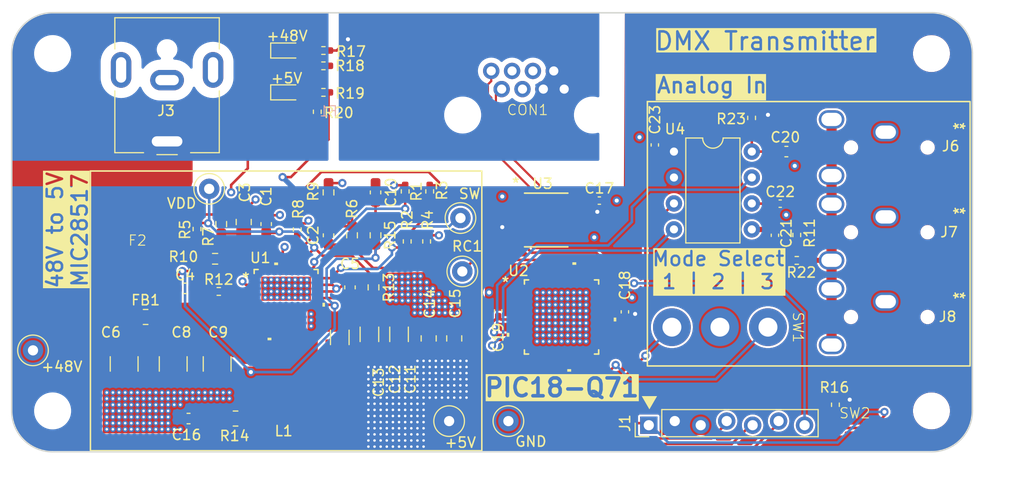
<source format=kicad_pcb>
(kicad_pcb (version 20221018) (generator pcbnew)
  (layers (0 "F.Cu" signal) (1 "In1.Cu" signal) (2 "In2.Cu" signal) (31 "B.Cu" signal) (34 "B.Paste" user) (35 "F.Paste" user) (36 "B.SilkS" user "B.Silkscreen") (37 "F.SilkS" user "F.Silkscreen") (38 "B.Mask" user) (39 "F.Mask" user) (44 "Edge.Cuts" user))
  (net 0 "")
  (net 1 "AGND")
  (net 2 "Net-(C4-Pad1)")
  (net 3 "FB")
  (net 4 "Net-(U1A-BST)")
  (net 5 "SW")
  (net 6 "+5V")
  (net 7 "+48V")
  (net 8 "Net-(U1B-SVIN)")
  (net 9 "VDD")
  (net 10 "Net-(U1B-PVDD)")
  (net 11 "Net-(U4-GND)")
  (net 12 "Net-(U4-CKIN)")
  (net 13 "VIN")
  (net 14 "Net-(U4-IN)")
  (net 15 "D+")
  (net 16 "D-")
  (net 17 "Net-(D1-A)")
  (net 18 "Net-(D2-A)")
  (net 19 "MCLR")
  (net 20 "ICSPDAT")
  (net 21 "ICSPCLK")
  (net 22 "AUDIO_IN")
  (net 23 "Net-(U1A-FREQ)")
  (net 24 "Net-(U1A-PG)")
  (net 25 "ILIM")
  (net 26 "DMX OUT")
  (net 27 "Net-(U2A-RC1)")
  (net 28 "Net-(C10-Pad1)")
  (net 29 "AN_OUT")
  (net 30 "RESET")
  (net 31 "STROBE")
  (net 32 "MODE1")
  (net 33 "MODE2")
  (net 34 "Net-(C16-Pad1)")
  (net 35 "Net-(C21-Pad1)")
  (net 36 "U1TX")
  (net 37 "Net-(U1A-EN)")
  (net 38 "Net-(U1B-AGND)")
  (net 39 "Net-(F1-Pad1)")
  (net 40 "+48V_Hi_Amp")
  (footprint "Resistor_SMD:R_0402_1005Metric_Pad0.72x0.64mm_HandSolder" (layer "F.Cu") (at 88.9 81.5 -90)
    (fp_text reference "R3")
    (fp_text value "100k")
  )
  (footprint "XGL6060:XGL6060" (layer "F.Cu") (at 78.7 102.5)
    (fp_text reference "L1")
    (fp_text value "3.3uH")
  )
  (footprint "Capacitor_SMD:C_0402_1005Metric_Pad0.74x0.62mm_HandSolder" (layer "F.Cu") (at 122.68 85.8 90)
    (fp_text reference "C21")
    (fp_text value "0.01u")
  )
  (footprint "Q71:TQFP48_PT_MCH" (layer "F.Cu") (at 101.8 93.8)
    (fp_text reference "U2")
    (fp_text value "PIC18F56Q71-I/PT")
  )
  (footprint "Resistor_SMD:R_0402_1005Metric_Pad0.72x0.64mm_HandSolder" (layer "F.Cu") (at 78.5 67.7)
    (fp_text reference "R17")
    (fp_text value "1k")
  )
  (footprint "Capacitor_SMD:C_0402_1005Metric_Pad0.74x0.62mm_HandSolder" (layer "F.Cu") (at 108 93.3 -90)
    (fp_text reference "C18")
    (fp_text value "0.1u")
  )
  (footprint "E5J88-00LJG2-L:E5J88-00LJG2-L" (layer "F.Cu") (at 98.475 74.02)
    (fp_text reference "CON1")
    (fp_text value "~")
  )
  (footprint "Capacitor_SMD:C_0805_2012Metric_Pad1.18x1.45mm_HandSolder" (layer "F.Cu") (at 70.7 84.5 90)
    (fp_text reference "C3")
    (fp_text value "1uF")
  )
  (footprint "Capacitor_SMD:C_1206_3216Metric_Pad1.33x1.80mm_HandSolder" (layer "F.Cu") (at 80.1 95.8 90)
    (fp_text reference "C13")
    (fp_text value "100uF")
  )
  (footprint "Capacitor_SMD:C_0603_1608Metric_Pad1.08x0.95mm_HandSolder" (layer "F.Cu") (at 64.9625 91 180)
    (fp_text reference "C4")
    (fp_text value "0.1uF")
  )
  (footprint "Resistor_SMD:R_0402_1005Metric_Pad0.72x0.64mm_HandSolder" (layer "F.Cu") (at 124.82 88.26 180)
    (fp_text reference "R22")
    (fp_text value "11k")
  )
  (footprint "PJ-063AH:BarrelJack_CUI_PJ-063AH_Horizontal" (layer "F.Cu") (at 63.2 76.6 180)
    (fp_text reference "J3")
    (fp_text value "Jack-DC")
  )
  (footprint "STX-3000:STX-3000_KYC" (layer "F.Cu") (at 141.6225 77.2 -90)
    (fp_text reference "J6")
    (fp_text value "STX-3000")
  )
  (footprint "0679L9100-05:0679L9100-05" (layer "F.Cu") (at 57.75 86.295 -90)
    (fp_text reference "F2")
    (fp_text value "Low Amp")
  )
  (footprint "MountingHole:MountingHole_3.2mm_M3" (layer "F.Cu") (at 52 68)
    (fp_text reference "H1" hide)
    (fp_text value "MountingHole")
  )
  (footprint "Capacitor_SMD:C_0603_1608Metric_Pad1.08x0.95mm_HandSolder" (layer "F.Cu") (at 81.1 90.9 90)
    (fp_text reference "C5")
    (fp_text value "4.7uF")
  )
  (footprint "Package_DIP:DIP-8_W7.62mm" (layer "F.Cu") (at 112.8 77.6)
    (fp_text reference "U4")
    (fp_text value "MSGEQ7")
  )
  (footprint "Resistor_SMD:R_0402_1005Metric_Pad0.72x0.64mm_HandSolder" (layer "F.Cu") (at 68.26 91.3)
    (fp_text reference "R12")
    (fp_text value "0R")
  )
  (footprint "LED_SMD:LED_0603_1608Metric_Pad1.05x0.95mm_HandSolder" (layer "F.Cu") (at 75 71.8)
    (fp_text reference "D2" hide)
    (fp_text value "+5V")
  )
  (footprint "Capacitor_SMD:C_1206_3216Metric_Pad1.33x1.80mm_HandSolder" (layer "F.Cu") (at 85.9 95.5 90)
    (fp_text reference "C11")
    (fp_text value "100uF")
  )
  (footprint "TestPoint:TestPoint_Loop_D2.50mm_Drill1.0mm" (layer "F.Cu") (at 96.6 104)
    (fp_text reference "TP10" hide)
    (fp_text value "GND")
  )
  (footprint "Capacitor_SMD:C_0603_1608Metric_Pad1.08x0.95mm_HandSolder" (layer "F.Cu") (at 72.9 84.7 90)
    (fp_text reference "C1")
    (fp_text value "4.7uF")
  )
  (footprint "Resistor_SMD:R_0603_1608Metric_Pad0.98x0.95mm_HandSolder" (layer "F.Cu") (at 79 81.6 -90)
    (fp_text reference "R9")
    (fp_text value "1.37k")
  )
  (footprint "Resistor_SMD:R_0402_1005Metric_Pad0.72x0.64mm_HandSolder" (layer "F.Cu") (at 78.5 71.8)
    (fp_text reference "R19")
    (fp_text value "1k")
  )
  (footprint "MountingHole:MountingHole_3.2mm_M3" (layer "F.Cu") (at 138 68)
    (fp_text reference "H3" hide)
    (fp_text value "MountingHole")
  )
  (footprint "Capacitor_SMD:C_1210_3225Metric_Pad1.33x2.70mm_HandSolder" (layer "F.Cu") (at 68.1 98.4 -90)
    (fp_text reference "C9")
    (fp_text value "10uF")
  )
  (footprint "Resistor_SMD:R_0603_1608Metric_Pad0.98x0.95mm_HandSolder" (layer "F.Cu") (at 83.6 85.8 -90)
    (fp_text reference "R15")
    (fp_text value "24.9k")
  )
  (footprint "Resistor_SMD:R_0402_1005Metric_Pad0.72x0.64mm_HandSolder" (layer "F.Cu") (at 88.6 86.4 -90)
    (fp_text reference "R4")
    (fp_text value "0R")
  )
  (footprint "STX-3000:STX-3000_KYC" (layer "F.Cu") (at 141.6225 93.8 -90)
    (fp_text reference "J8")
    (fp_text value "STX-3000")
  )
  (footprint "Capacitor_SMD:C_0402_1005Metric_Pad0.74x0.62mm_HandSolder" (layer "F.Cu") (at 123.2 82.7)
    (fp_text reference "C22")
    (fp_text value "0.1u")
  )
  (footprint "Capacitor_SMD:C_0402_1005Metric_Pad0.74x0.62mm_HandSolder" (layer "F.Cu") (at 110.93 76.95 -90)
    (fp_text reference "C23")
    (fp_text value "0.1u")
  )
  (footprint "Resistor_SMD:R_0603_1608Metric_Pad0.98x0.95mm_HandSolder" (layer "F.Cu") (at 81.3 85.8 -90)
    (fp_text reference "R6")
    (fp_text value "10k")
  )
  (footprint "SP485CN:NSOIC-8" (layer "F.Cu") (at 100.3 84.3)
    (fp_text reference "U3")
    (fp_text value "SP485CN-L")
  )
  (footprint "Resistor_SMD:R_0603_1608Metric_Pad0.98x0.95mm_HandSolder" (layer "F.Cu") (at 83.4 90.9 -90)
    (fp_text reference "R13")
    (fp_text value "1R")
  )
  (footprint "Capacitor_SMD:C_1210_3225Metric_Pad1.33x2.70mm_HandSolder" (layer "F.Cu") (at 63.8 98.4 -90)
    (fp_text reference "C8")
    (fp_text value "10uF")
  )
  (footprint "Capacitor_SMD:C_0402_1005Metric_Pad0.74x0.62mm_HandSolder" (layer "F.Cu") (at 95.6 93.2 -90)
    (fp_text reference "C19")
    (fp_text value "0.1u")
  )
  (footprint "LOGO" (layer "F.Cu") (at 110.4 102.2)
    (fp_text reference "G***" hide)
    (fp_text value "LOGO" hide)
  )
  (footprint "TestPoint:TestPoint_Loop_D2.50mm_Drill1.0mm" (layer "F.Cu") (at 90.8 104)
    (fp_text reference "TP9" hide)
    (fp_text value "+5V")
  )
  (footprint "Resistor_SMD:R_0402_1005Metric_Pad0.72x0.64mm_HandSolder" (layer "F.Cu") (at 86.5 81.5 90)
    (fp_text reference "R1")
    (fp_text value "300k")
  )
  (footprint "Resistor_SMD:R_0603_1608Metric_Pad0.98x0.95mm_HandSolder" (layer "F.Cu") (at 67.9 88.1)
    (fp_text reference "R10")
    (fp_text value "3.01k")
  )
  (footprint "Resistor_SMD:R_0402_1005Metric_Pad0.72x0.64mm_HandSolder" (layer "F.Cu") (at 66.13 85.19 90)
    (fp_text reference "R5")
    (fp_text value "100k")
  )
  (footprint "Capacitor_SMD:C_1210_3225Metric_Pad1.33x2.70mm_HandSolder" (layer "F.Cu") (at 59 98.4 -90)
    (fp_text reference "C6")
    (fp_text value "10uF")
  )
  (footprint "Capacitor_SMD:C_0603_1608Metric_Pad1.08x0.95mm_HandSolder" (layer "F.Cu") (at 65.3 103.75 180)
    (fp_text reference "C16")
    (fp_text value "1000pF")
  )
  (footprint "Resistor_SMD:R_0402_1005Metric_Pad0.72x0.64mm_HandSolder" (layer "F.Cu") (at 128.6 102.3975 -90)
    (fp_text reference "R16")
    (fp_text value "10k")
  )
  (footprint "Resistor_SMD:R_0603_1608Metric_Pad0.98x0.95mm_HandSolder" (layer "F.Cu") (at 68.5 84.7 -90)
    (fp_text reference "R7")
    (fp_text value "1R")
  )
  (footprint "Resistor_SMD:R_0805_2012Metric_Pad1.20x1.40mm_HandSolder" (layer "F.Cu") (at 69.9 103.75)
    (fp_text reference "R14")
    (fp_text value "1R")
  )
  (footprint "STX-3000:STX-3000_KYC" (layer "F.Cu") (at 141.6225 85.5 -90)
    (fp_text reference "J7")
    (fp_text value "STX-3000")
  )
  (footprint "Resistor_SMD:R_0402_1005Metric_Pad0.72x0.64mm_HandSolder" (layer "F.Cu") (at 86.7 86.4 -90)
    (fp_text reference "R2")
    (fp_text value "100k")
  )
  (footprint "TestPoint:TestPoint_Loop_D2.50mm_Drill1.0mm" (layer "F.Cu") (at 67.32 81.25 180)
    (fp_text reference "TP2" hide)
    (fp_text value "VDD")
  )
  (footprint "Capacitor_SMD:C_0603_1608Metric_Pad1.08x0.95mm_HandSolder" (layer "F.Cu") (at 123.8 77.6 180)
    (fp_text reference "C20")
    (fp_text value "33p")
  )
  (footprint "Capacitor_SMD:C_0603_1608Metric_Pad1.08x0.95mm_HandSolder" (layer "F.Cu") (at 79 85.8 90)
    (fp_text reference "C2")
    (fp_text value "4700pF")
  )
  (footprint "Capacitor_SMD:C_0805_2012Metric_Pad1.18x1.45mm_HandSolder" (layer "F.Cu") (at 88.8 95.9 90)
    (fp_text reference "C14")
    (fp_text value "22uF")
  )
  (footprint "EVQ-P7A01P:EVQ-P7A01P" (layer "F.Cu") (at 130.4 105.4)
    (fp_text reference "SW2")
    (fp_text value "MCLR_SW")
  )
  (footprint "Resistor_SMD:R_0402_1005Metric_Pad0.72x0.64mm_HandSolder" (layer "F.Cu") (at 75.94 85.23 -90)
    (fp_text reference "R8")
    (fp_text value "0R")
  )
  (footprint "TestPoint:TestPoint_Loop_D2.50mm_Drill1.0mm" (layer "F.Cu") (at 92.09 89.34)
    (fp_text reference "TP3" hide)
    (fp_text value "RC1")
  )
  (footprint "TestPoint:TestPoint_Loop_D2.50mm_Drill1.0mm" (layer "F.Cu") (at 91.91 84.11)
    (fp_text reference "TP1" hide)
    (fp_text value "SW")
  )
  (footprint "MountingHole:MountingHole_3.2mm_M3" (layer "F.Cu") (at 138 103)
    (fp_text reference "H4" hide)
    (fp_text value "MountingHole")
  )
  (footprint "MountingHole:MountingHole_3.2mm_M3" (layer "F.Cu") (at 52 103)
    (fp_text reference "H2" hide)
    (fp_text value "MountingHole")
  )
  (footprint "Resistor_SMD:R_0402_1005Metric_Pad0.72x0.64mm_HandSolder" (layer "F.Cu") (at 120.4 74.3 90)
    (fp_text reference "R23")
    (fp_text value "200k")
  )
  (footprint "MIC28517T-E-PHA:VQFN32_6X6_3EP_PHA_MCH" (layer "F.Cu") (at 74.8464 92.274999)
    (fp_text reference "U1")
    (fp_text value "MIC28517T-E/PHA")
  )
  (footprint "Capacitor_SMD:C_0603_1608Metric_Pad1.08x0.95mm_HandSolder" (layer "F.Cu") (at 83.6 81.6 90)
    (fp_text reference "C10")
    (fp_text value "0.1uF")
  )
  (footprint "Capacitor_SMD:C_1206_3216Metric_Pad1.33x1.80mm_HandSolder" (layer "F.Cu") (at 83 95.5 90)
    (fp_text reference "C12")
    (fp_text value "100uF")
  )
  (footprint "Connector_PinHeader_2.54mm:PinHeader_1x07_P2.54mm_Vertical" (layer "F.Cu") (at 110.34 104.2 90)
    (fp_text reference "J1")
    (fp_text value "Conn_01x07_Socket")
  )
  (footprint "Resistor_SMD:R_0402_1005Metric_Pad0.72x0.64mm_HandSolder" (layer "F.Cu") (at 124.82 85.77 90)
    (fp_text reference "R11")
    (fp_text value "11k")
  )
  (footprint "100AWDP1T2B4M2QE:100AWDP1T2B4M2QE" (layer "F.Cu") (at 117.3 94.8)
    (fp_text reference "SW1")
    (fp_text value "SW_SPDT_MSM")
  )
  (footprint "TestPoint:TestPoint_Loop_D2.50mm_Drill1.0mm" (layer "F.Cu") (at 50.08 97.07)
    (fp_text reference "TP5" hide)
    (fp_text value "+48V")
  )
  (footprint "LED_SMD:LED_0603_1608Metric_Pad1.05x0.95mm_HandSolder" (layer "F.Cu") (at 75 67.7)
    (fp_text reference "D1" hide)
    (fp_text value "+48V")
  )
  (footprint "Capacitor_SMD:C_0402_1005Metric_Pad0.74x0.62mm_HandSolder" (layer "F.Cu") (at 105.5 82.4 180)
    (fp_text reference "C17")
    (fp_text value "0.1u")
  )
  (footprint "Resistor_SMD:R_0805_2012Metric_Pad1.20x1.40mm_HandSolder" (layer "F.Cu") (at 61.1 93.8)
    (fp_text reference "FB1")
    (fp_text value "120R")
  )
  (footprint "Resistor_SMD:R_0402_1005Metric_Pad0.72x0.64mm_HandSolder" (layer "F.Cu") (at 77.9 73.7 90)
    (fp_text reference "R20")
    (fp_text value "790")
  )
  (footprint "Resistor_SMD:R_0402_1005Metric_Pad0.72x0.64mm_HandSolder" (layer "F.Cu") (at 78.5 69.2 180)
    (fp_text reference "R18")
    (fp_text value "47")
  )
  (footprint "Capacitor_SMD:C_0805_2012Metric_Pad1.18x1.45mm_HandSolder" (layer "F.Cu") (at 91.3 95.9 90)
    (fp_text reference "C15")
    (fp_text value "22uF")
  )
  (footprint "0679L9100-05:0679L9100-05" (layer "B.Cu") (at 79 71.25)
    (fp_text reference "F1")
    (fp_text value "High Amp")
  )
  (gr_rect (start 55.7 79.5) (end 94 106.9) (stroke (width 0.15)) (fill none) (layer "F.SilkS"))
  (gr_rect (start 110.2 72.7) (end 141.78 98.6) (stroke (width 0.15)) (fill none) (layer "F.SilkS"))
  (gr_line (start 137.999999 64.000001) (end 52 64) (stroke (width 0.15)) (layer "Edge.Cuts"))
  (gr_line (start 141.999999 68.000001) (end 141.999999 102.999999) (stroke (width 0.15)) (layer "Edge.Cuts"))
  (gr_arc (start 52 107) (mid 49.171573 105.828427) (end 48 103) (stroke (width 0.15)) (layer "Edge.Cuts"))
  (gr_line (start 48 68) (end 48 103) (stroke (width 0.15)) (layer "Edge.Cuts"))
  (gr_arc (start 137.999999 64.000001) (mid 140.828426 65.171574) (end 141.999999 68.000001) (stroke (width 0.15)) (layer "Edge.Cuts"))
  (gr_line (start 137.999999 106.999999) (end 52 107) (stroke (width 0.15)) (layer "Edge.Cuts"))
  (gr_arc (start 141.999999 102.999999) (mid 140.828426 105.828426) (end 137.999999 106.999999) (stroke (width 0.15)) (layer "Edge.Cuts"))
  (gr_arc (start 48 68) (mid 49.171573 65.171573) (end 52 64) (stroke (width 0.15)) (layer "Edge.Cuts"))
  (gr_text "Mode Select\n1 | 2 | 3" (at 117.14 91.17) (layer "F.SilkS" knockout) (effects (font (size 1.4 1.4) (thickness 0.23) bold) (justify bottom)))
  (gr_text "Analog In" (at 111 71.99) (layer "F.SilkS" knockout) (effects (font (size 1.5 1.5) (thickness 0.25) bold) (justify left bottom)))
  (gr_text "PIC18-Q71" (at 94.1 101.75) (layer "F.SilkS" knockout) (effects (font (size 1.75 1.75) (thickness 0.35) bold) (justify left bottom)))
  (gr_text "DMX Transmitter" (at 110.8 67.8) (layer "F.SilkS" knockout) (effects (font (size 1.75 1.75) (thickness 0.25)) (justify left bottom)))
  (gr_text "48V to 5V\nMIC28517" (at 55.53 85.3 90) (layer "F.SilkS" knockout) (effects (font (size 1.5 1.5) (thickness 0.25) bold) (justify bottom)))
  (segment (start 123.7675 82.7) (end 123.7675 83.7875) (width 0.25) (layer "F.Cu") (net 1))
  (segment (start 86.5 80.9025) (end 85.4025 80.9025) (width 0.25) (layer "F.Cu") (net 1))
  (segment (start 79 80.6875) (end 80.3425 80.6875) (width 0.25) (layer "F.Cu") (net 1))
  (segment (start 71.9 90.649998) (end 70.919998 90.649998) (width 0.25) (layer "F.Cu") (net 1))
  (segment (start 70.7 83.4625) (end 70.7 83.45) (width 0.25) (layer "F.Cu") (net 1))
  (segment (start 71.1 75) (end 74.125 71.975) (width 0.25) (layer "F.Cu") (net 1))
  (segment (start 72.9 83.8375) (end 74.2125 83.8375) (width 0.25) (layer "F.Cu") (net 1))
  (segment (start 77.7928 90.649998) (end 79.379998 90.649998) (width 0.25) (layer "F.Cu") (net 1))
  (segment (start 79.76 91.03) (end 80.02 91.03) (width 0.25) (layer "F.Cu") (net 1))
  (segment (start 94.7155 91.4) (end 94.7155 91.748) (width 0.25) (layer "F.Cu") (net 1))
  (segment (start 109.6225 76.3825) (end 109.43 76.19) (width 0.25) (layer "F.Cu") (net 1))
  (segment (start 74.2125 83.8375) (end 74.24 83.81) (width 0.25) (layer "F.Cu") (net 1))
  (segment (start 103.02415 86.205) (end 104.795 86.205) (width 0.25) (layer "F.Cu") (net 1))
  (segment (start 74.521399 87.118601) (end 74.7 86.94) (width 0.25) (layer "F.Cu") (net 1))
  (segment (start 96.395 82.395) (end 96 82) (width 0.25) (layer "F.Cu") (net 1))
  (segment (start 77.9 74.2975) (end 76.6225 74.2975) (width 0.25) (layer "F.Cu") (net 1))
  (segment (start 70.919998 90.649998) (end 70.58 90.31) (width 0.25) (layer "F.Cu") (net 1))
  (segment (start 88.6 85.8025) (end 89.7975 85.8025) (width 0.25) (layer "F.Cu") (net 1))
  (segment (start 70.7 83.45) (end 71.86 82.29) (width 0.25) (layer "F.Cu") (net 1))
  (segment (start 110.93 76.3825) (end 109.6225 76.3825) (width 0.25) (layer "F.Cu") (net 1))
  (segment (start 74.125 70.43) (end 74.125 71.8) (width 0.25) (layer "F.Cu") (net 1))
  (segment (start 79.49 91.3) (end 79.76 91.03) (width 0.25) (layer "F.Cu") (net 1))
  (segment (start 124.6625 78.9575) (end 124.62 79) (width 0.25) (layer "F.Cu") (net 1))
  (segment (start 106.0675 82.4) (end 107.2 82.4) (width 0.25) (layer "F.Cu") (net 1))
  (segment (start 74.125 67.7) (end 74.125 70.43) (width 0.25) (layer "F.Cu") (net 1))
  (segment (start 123.7675 83.7875) (end 123.78 83.8) (width 0.25) (layer "F.Cu") (net 1))
  (segment (start 77.7928 91.3) (end 79.49 91.3) (width 0.25) (layer "F.Cu") (net 1))
  (segment (start 94.7155 91.748) (end 95.6 92.6325) (width 0.25) (layer "F.Cu") (net 1))
  (segment (start 80.02 91.03) (end 81.0125 90.0375) (width 0.25) (layer "F.Cu") (net 1))
  (segment (start 76.6225 74.2975) (end 74.125 71.8) (width 0.25) (layer "F.Cu") (net 1))
  (segment (start 108 92.6) (end 108 92.7325) (width 0.25) (layer "F.Cu") (net 1))
  (segment (start 69.47 80.87) (end 71.1 79.24) (width 0.25) (layer "F.Cu") (net 1))
  (segment (start 77.8675 70.43) (end 74.125 70.43) (width 0.25) (layer "F.Cu") (net 1))
  (segment (start 97.57585 82.395) (end 96.395 82.395) (width 0.25) (layer "F.Cu") (net 1))
  (segment (start 74.521399 89.328599) (end 74.521399 87.118601) (width 0.25) (layer "F.Cu") (net 1))
  (segment (start 80.3425 80.6875) (end 80.35 80.68) (width 0.25) (layer "F.Cu") (net 1))
  (segment (start 69.47 81.59) (end 69.47 80.87) (width 0.25) (layer "F.Cu") (net 1))
  (segment (start 108.7 91.9) (end 108 92.6) (width 0.25) (layer "F.Cu") (net 1))
  (segment (start 79.379998 90.649998) (end 79.76 91.03) (width 0.25) (layer "F.Cu") (net 1))
  (segment (start 85.4025 80.9025) (end 85.4 80.9) (width 0.25) (layer "F.Cu") (net 1))
  (segment (start 76.7575 84.6325) (end 77.03 84.36) (width 0.25) (layer "F.Cu") (net 1))
  (segment (start 75.94 84.6325) (end 76.7575 84.6325) (width 0.25) (layer "F.Cu") (net 1))
  (segment (start 124.6625 77.6) (end 124.6625 78.9575) (width 0.25) (layer "F.Cu") (net 1))
  (segment (start 71.1 79.24) (end 71.1 75) (width 0.25) (layer "F.Cu") (net 1))
  (segment (start 81.0125 90.0375) (end 81.1 90.0375) (width 0.25) (layer "F.Cu") (net 1))
  (segment (start 104.795 86.205) (end 105 86) (width 0.25) (layer "F.Cu") (net 1))
  (segment (start 79.0975 69.2) (end 77.8675 70.43) (width 0.25) (layer "F.Cu") (net 1))
  (segment (start 89.7975 85.8025) (end 89.8 85.8) (width 0.25) (layer "F.Cu") (net 1))
  (segment (start 74.125 71.975) (end 74.125 71.8) (width 0.25) (layer "F.Cu") (net 1))
  (via (at 64.5 101.2) (size 0.55) (drill 0.25) (layers "F.Cu" "B.Cu") (net 1))
  (via (at 88 92.2) (size 0.55) (drill 0.25) (layers "F.Cu" "B.Cu") (net 1))
  (via (at 58.5 102.4) (size 0.55) (drill 0.25) (layers "F.Cu" "B.Cu") (net 1))
  (via (at 102.4 91.4) (size 0.55) (drill 0.25) (layers "F.Cu" "B.Cu") (net 1))
  (via (at 107.2 82.4) (size 0.8) (drill 0.4) (layers "F.Cu" "B.Cu") (net 1))
  (via (at 86.8 92.2) (size 0.55) (drill 0.25) (layers "F.Cu" "B.Cu") (net 1))
  (via (at 67.5 101.2) (size 0.55) (drill 0.25) (layers "F.Cu" "B.Cu") (net 1))
  (via (at 62.7 104.2) (size 0.55) (drill 0.25) (layers "F.Cu" "B.Cu") (net 1))
  (via (at 61.5 104.8) (size 0.55) (drill 0.25) (layers "F.Cu" "B.Cu") (net 1))
  (via (at 75.73 91.9) (size 0.55) (drill 0.25) (layers "F.Cu" "B.Cu") (net 1))
  (via (at 63.3 104.8) (size 0.55) (drill 0.25) (layers "F.Cu" "B.Cu") (net 1))
  (via (at 88.62 92.2) (size 0.55) (drill 0.25) (layers "F.Cu" "B.Cu") (net 1))
  (via (at 63.3 101.2) (size 0.55) (drill 0.25) (layers "F.Cu" "B.Cu") (net 1))
  (via (at 104.2 95.6) (size 0.55) (drill 0.25) (layers "F.Cu" "B.Cu") (net 1))
  (via (at 60.3 103) (size 0.55) (drill 0.25) (layers "F.Cu" "B.Cu") (net 1))
  (via (at 58.5 103.6) (size 0.55) (drill 0.25) (layers "F.Cu" "B.Cu") (net 1))
  (via (at 68.7 101.8) (size 0.55) (drill 0.25) (layers "F.Cu" "B.Cu") (net 1))
  (via (at 59.1 101.8) (size 0.55) (drill 0.25) (layers "F.Cu" "B.Cu") (net 1))
  (via (at 75.14 90.15) (size 0.55) (drill 0.25) (layers "F.Cu" "B.Cu") (net 1))
  (via (at 103 92) (size 0.55) (drill 0.25) (layers "F.Cu" "B.Cu") (net 1))
  (via (at 66.3 101.2) (size 0.55) (drill 0.25) (layers "F.Cu" "B.Cu") (net 1))
  (via (at 57.9 103) (size 0.55) (drill 0.25) (layers "F.Cu" "B.Cu") (net 1))
  (via (at 101.2 94.4) (size 0.55) (drill 0.25) (layers "F.Cu" "B.Cu") (net 1))
  (via (at 66.9 101.8) (size 0.55) (drill 0.25) (layers "F.Cu" "B.Cu") (net 1))
  (via (at 103 91.4) (size 0.55) (drill 0.25) (layers "F.Cu" "B.Cu") (net 1))
  (via (at 86.78 91.6) (size 0.55) (drill 0.25) (layers "F.Cu" "B.Cu") (net 1))
  (via (at 101.2 96.2) (size 0.55) (drill 0.25) (layers "F.Cu" "B.Cu") (net 1))
  (via (at 103.6 95.6) (size 0.55) (drill 0.25) (layers "F.Cu" "B.Cu") (net 1))
  (via (at 62.7 102.4) (size 0.55) (drill 0.25) (layers "F.Cu" "B.Cu") (net 1))
  (via (at 62.7 103) (size 0.55) (drill 0.25) (layers "F.Cu" "B.Cu") (net 1))
  (via (at 63.3 103.6) (size 0.55) (drill 0.25) (layers "F.Cu" "B.Cu") (net 1))
  (via (at 59.7 104.2) (size 0.55) (drill 0.25) (layers "F.Cu" "B.Cu") (net 1))
  (via (at 63.9 102.4) (size 0.55) (drill 0.25) (layers "F.Cu" "B.Cu") (net 1))
  (via (at 59.7 101.2) (size 0.55) (drill 0.25) (layers "F.Cu" "B.Cu") (net 1))
  (via (at 77.3 94.7) (size 0.55) (drill 0.25) (layers "F.Cu" "B.Cu") (net 1))
  (via (at 101.8 92.6) (size 0.55) (drill 0.25) (layers "F.Cu" "B.Cu") (net 1))
  (via (at 103 96.2) (size 0.55) (drill 0.25) (layers "F.Cu" "B.Cu") (net 1))
  (via (at 104.2 92.6) (size 0.55) (drill 0.25) (layers "F.Cu" "B.Cu") (net 1))
  (via (at 76.31 91.32) (size 0.55) (drill 0.25) (layers "F.Cu" "B.Cu") (net 1))
  (via (at 85.6 92.2) (size 0.55) (drill 0.25) (layers "F.Cu" "B.Cu") (net 1))
  (via (at 86.78 89.85) (size 0.55) (drill 0.25) (layers "F.Cu" "B.Cu") (net 1))
  (via (at 103 92.6) (size 0.55) (drill 0.25) (layers "F.Cu" "B.Cu") (net 1))
  (via (at 103 93.8) (size 0.55) (drill 0.25) (layers "F.Cu" "B.Cu") (net 1))
  (via (at 88 91.6) (size 0.55) (drill 0.25) (layers "F.Cu" "B.Cu") (net 1))
  (via (at 101.2 93.2) (size 0.55) (drill 0.25) (layers "F.Cu" "B.Cu") (net 1))
  (via (at 67.5 101.8) (size 0.55) (drill 0.25) (layers "F.Cu" "B.Cu") (net 1))
  (via (at 75.14 91.9) (size 0.55) (drill 0.25) (layers "F.Cu" "B.Cu") (net 1))
  (via (at 63.9 101.8) (size 0.55) (drill 0.25) (layers "F.Cu" "B.Cu") (net 1))
  (via (at 101.8 95.6) (size 0.55) (drill 0.25) (layers "F.Cu" "B.Cu") (net 1))
  (via (at 61.5 103.6) (size 0.55) (drill 0.25) (layers "F.Cu" "B.Cu") (net 1))
  (via (at 59.7 103) (size 0.55) (drill 0.25) (layers "F.Cu" "B.Cu") (net 1))
  (via (at 57.3 102.4) (size 0.55) (drill 0.25) (layers "F.Cu" "B.Cu") (net 1))
  (via (at 61.5 103) (size 0.55) (drill 0.25) (layers "F.Cu" "B.Cu") (net 1))
  (via (at 103.6 91.4) (size 0.55) (drill 0.25) (layers "F.Cu" "B.Cu") (net 1))
  (via (at 57.3 104.2) (size 0.55) (drill 0.25) (layers "F.Cu" "B.Cu") (net 1))
  (via (at 69.3 101.2) (size 0.55) (drill 0.25) (layers "F.Cu" "B.Cu") (net 1))
  (via (at 102.4 95.6) (size 0.55) (drill 0.25) (layers "F.Cu" "B.Cu") (net 1))
  (via (at 85.02 92.2) (size 0.55) (drill 0.25) (layers "F.Cu" "B.Cu") (net 1))
  (via (at 59.7 102.4) (size 0.55) (drill 0.25) (layers "F.Cu" "B.Cu") (net 1))
  (via (at 88.62 92.8) (size 0.55) (drill 0.25) (layers "F.Cu" "B.Cu") (net 1))
  (via (at 73.39 90.72) (size 0.55) (drill 0.25) (layers "F.Cu" "B.Cu") (net 1))
  (via (at 73.97 90.14) (size 0.55) (drill 0.25) (layers "F.Cu" "B.Cu") (net 1))
  (via (at 96 82) (size 0.8) (drill 0.4) (layers "F.Cu" "B.Cu") (net 1))
  (via (at 88.62 91) (size 0.55) (drill 0.25) (layers "F.Cu" "B.Cu") (net 1))
  (via (at 85 91.6) (size 0.55) (drill 0.25) (layers "F.Cu" "B.Cu") (net 1))
  (via (at 59.1 104.2) (size 0.55) (drill 0.25) (layers "F.Cu" "B.Cu") (net 1))
  (via (at 87.42 93.4) (size 0.55) (drill 0.25) (layers "F.Cu" "B.Cu") (net 1))
  (via (at 57.3 101.2) (size 0.55) (drill 0.25) (layers "F.Cu" "B.Cu") (net 1))
  (via (at 88.6 90.4) (size 0.55) (drill 0.25) (layers "F.Cu" "B.Cu") (net 1))
  (via (at 87.42 92.2) (size 0.55) (drill 0.25) (layers "F.Cu" "B.Cu") (net 1))
  (via (at 59.7 104.8) (size 0.55) (drill 0.25) (layers "F.Cu" "B.Cu") (net 1))
  (via (at 104.2 96.2) (size 0.55) (drill 0.25) (layers "F.Cu" "B.Cu") (net 1))
  (via (at 76.89 91.32) (size 0.55) (drill 0.25) (layers "F.Cu" "B.Cu") (net 1))
  (via (at 86.78 91.01) (size 0.55) (drill 0.25) (layers "F.Cu" "B.Cu") (net 1))
  (via (at 77.3 94.1) (size 0.55) (drill 0.25) (layers "F.Cu" "B.Cu") (net 1))
  (via (at 99.4 92) (size 0.55) (drill 0.25) (layers "F.Cu" "B.Cu") (net 1))
  (via (at 89.2 92.8) (size 0.55) (drill 0.25) (layers "F.Cu" "B.Cu") (net 1))
  (via (at 102.4 95) (size 0.55) (drill 0.25) (layers "F.Cu" "B.Cu") (net 1))
  (via (at 88.62 93.4) (size 0.55) (drill 0.25) (layers "F.Cu" "B.Cu") (net 1))
  (via (at 85.58 90.43) (size 0.55) (drill 0.25) (layers "F.Cu" "B.Cu") (net 1))
  (via (at 99.4 95.6) (size 0.55) (drill 0.25) (layers "F.Cu" "B.Cu") (net 1))
  (via (at 99.4 93.2) (size 0.55) (drill 0.25) (layers "F.Cu" "B.Cu") (net 1))
  (via (at 61.5 104.2) (size 0.55) (drill 0.25) (layers "F.Cu" "B.Cu") (net 1))
  (via (at 85.4 80.9) (size 0.8) (drill 0.4) (layers "F.Cu" "B.Cu") (net 1))
  (via (at 68.1 101.2) (size 0.55) (drill 0.25) (layers "F.Cu" "B.Cu") (net 1))
  (via (at 100.6 91.4) (size 0.55) (drill 0.25) (layers "F.Cu" "B.Cu") (net 1))
  (via (at 70.58 90.31) (size 0.8) (drill 0.4) (layers "F.Cu" "B.Cu") (net 1))
  (via (at 100 93.8) (size 0.55) (drill 0.25) (layers "F.Cu" "B.Cu") (net 1))
  (via (at 99.4 93.8) (size 0.55) (drill 0.25) (layers "F.Cu" "B.Cu") (net 1))
  (via (at 86.2 90.43) (size 0.55) (drill 0.25) (layers "F.Cu" "B.Cu") (net 1))
  (via (at 101.2 92) (size 0.55) (drill 0.25) (layers "F.Cu" "B.Cu") (net 1))
  (via (at 60.3 103.6) (size 0.55) (drill 0.25) (layers "F.Cu" "B.Cu") (net 1))
  (via (at 91.02 93.4) (size 0.55) (drill 0.25) (layers "F.Cu" "B.Cu") (net 1))
  (via (at 103.6 96.2) (size 0.55) (drill 0.25) (layers "F.Cu" "B.Cu") (net 1))
  (via (at 72.81 90.73) (size 0.55) (drill 0.25) (layers "F.Cu" "B.Cu") (net 1))
  (via (at 85.58 91.6) (size 0.55) (drill 0.25) (layers "F.Cu" "B.Cu") (net 1))
  (via (at 89.8 92.2) (size 0.55) (drill 0.25) (layers "F.Cu" "B.Cu") (net 1))
  (via (at 65.1 101.2) (size 0.55) (drill 0.25) (layers "F.Cu" "B.Cu") (net 1))
  (via (at 87.42 91) (size 0.55) (drill 0.25) (layers "F.Cu" "B.Cu") (net 1))
  (via (at 73.39 91.89) (size 0.55) (drill 0.25) (layers "F.Cu" "B.Cu") (net 1))
  (via (at 104.2 92) (size 0.55) (drill 0.25) (layers "F.Cu" "B.Cu") (net 1))
  (via (at 89.2 92.2) (size 0.55) (drill 0.25) (layers "F.Cu" "B.Cu") (net 1))
  (via (at 74.24 83.81) (size 0.8) (drill 0.4) (layers "F.Cu" "B.Cu") (net 1))
  (via (at 77.3 93.5) (size 0.55) (drill 0.25) (layers "F.Cu" "B.Cu") (net 1))
  (via (at 100.6 92) (size 0.55) (drill 0.25) (layers "F.Cu" "B.Cu") (net 1))
  (via (at 100.6 94.4) (size 0.55) (drill 0.25) (layers "F.Cu" "B.Cu") (net 1))
  (via (at 99.4 91.4) (size 0.55) (drill 0.25) (layers "F.Cu" "B.Cu") (net 1))
  (via (at 62.1 104.2) (size 0.55) (drill 0.25) (layers "F.Cu" "B.Cu") (net 1))
  (via (at 59.7 101.8) (size 0.55) (drill 0.25) (layers "F.Cu" "B.Cu") (net 1))
  (via (at 89.2 91.6) (size 0.55) (drill 0.25) (layers "F.Cu" "B.Cu") (net 1))
  (via (at 66.3 101.8) (size 0.55) (drill 0.25) (layers "F.Cu" "B.Cu") (net 1))
  (via (at 109.43 76.19) (size 0.8) (drill 0.4) (layers "F.Cu" "B.Cu") (net 1))
  (via (at 68.1 101.8) (size 0.55) (drill 0.25) (layers "F.Cu" "B.Cu") (net 1))
  (via (at 63.9 101.2) (size 0.55) (drill 0.25) (layers "F.Cu" "B.Cu") (net 1))
  (via (at 99.4 95) (size 0.55) (drill 0.25) (layers "F.Cu" "B.Cu") (net 1))
  (via (at 57.3 104.8) (size 0.55) (drill 0.25) (layers "F.Cu" "B.Cu") (net 1))
  (via (at 60.9 104.2) (size 0.55) (drill 0.25) (layers "F.Cu" "B.Cu") (net 1))
  (via (at 74.56 90.14) (size 0.55) (drill 0.25) (layers "F.Cu" "B.Cu") (net 1))
  (via (at 102.4 96.2) (size 0.55) (drill 0.25) (layers "F.Cu" "B.Cu") (net 1))
  (via (at 57.3 103.6) (size 0.55) (drill 0.25) (layers "F.Cu" "B.Cu") (net 1))
  (via (at 100.6 95.6) (size 0.55) (drill 0.25) (layers "F.Cu" "B.Cu") (net 1))
  (via (at 89.82 93.4) (size 0.55) (drill 0.25) (layers "F.Cu" "B.Cu") (net 1))
  (via (at 100.6 92.6) (size 0.55) (drill 0.25) (layers "F.Cu" "B.Cu") (net 1))
  (via (at 59.1 102.4) (size 0.55) (drill 0.25) (layers "F.Cu" "B.Cu") (net 1))
  (via (at 74.7 86.94) (size 0.8) (drill 0.4) (layers "F.Cu" "B.Cu") (net 1))
  (via (at 58.5 104.8) (size 0.55) (drill 0.25) (layers "F.Cu" "B.Cu") (net 1))
  (via (at 99.4 92.6) (size 0.55) (drill 0.25) (layers "F.Cu" "B.Cu") (net 1))
  (via (at 63.3 104.2) (size 0.55) (drill 0.25) (layers "F.Cu" "B.Cu") (net 1))
  (via (at 69.47 81.59) (size 0.8) (drill 0.4) (layers "F.Cu" "B.Cu") (net 1))
  (via (at 59.1 103.6) (size 0.55) (drill 0.25) (layers "F.Cu" "B.Cu") (net 1))
  (via (at 76.31 90.16) (size 0.55) (drill 0.25) (layers "F.Cu" "B.Cu") (net 1))
  (via (at 63.9 104.8) (size 0.55) (drill 0.25) (layers "F.Cu" "B.Cu") (net 1))
  (via (at 62.1 103) (size 0.55) (drill 0.25) (layers "F.Cu" "B.Cu") (net 1))
  (via (at 60.3 104.2) (size 0.55) (drill 0.25) (layers "F.Cu" "B.Cu") (net 1))
  (via (at 103 95) (size 0.55) (drill 0.25) (layers "F.Cu" "B.Cu") (net 1))
  (via (at 88 92.8) (size 0.55) (drill 0.25) (layers "F.Cu" "B.Cu") (net 1))
  (via (at 73.39 90.14) (size 0.55) (drill 0.25) (layers "F.Cu" "B.Cu") (net 1))
  (via (at 75.14 90.73) (size 0.55) (drill 0.25) (layers "F.Cu" "B.Cu") (net 1))
  (via (at 58.5 103) (size 0.55) (drill 0.25) (layers "F.Cu" "B.Cu") (net 1))
  (via (at 88.62 91.6) (size 0.55) (drill 0.25) (layers "F.Cu" "B.Cu") (net 1))
  (via (at 75.73 91.31) (size 0.55) (drill 0.25) (layers "F.Cu" "B.Cu") (net 1))
  (via (at 90.4 92.8) (size 0.55) (drill 0.25) (layers "F.Cu" "B.Cu") (net 1))
  (via (at 75.14 91.31) (size 0.55) (drill 0.25) (layers "F.Cu" "B.Cu") (net 1))
  (via (at 124.62 79) (size 0.8) (drill 0.4) (layers "F.Cu" "B.Cu") (net 1))
  (via (at 100 96.2) (size 0.55) (drill 0.25) (layers "F.Cu" "B.Cu") (net 1))
  (via (at 89.2 93.4) (size 0.55) (drill 0.25) (layers "F.Cu" "B.Cu") (net 1))
  (via (at 103.6 92.6) (size 0.55) (drill 0.25) (layers "F.Cu" "B.Cu") (net 1))
  (via (at 65.7 101.8) (size 0.55) (drill 0.25) (layers "F.Cu" "B.Cu") (net 1))
  (via (at 102.4 94.4) (size 0.55) (drill 0.25) (layers "F.Cu" "B.Cu") (net 1))
  (via (at 105 86) (size 0.8) (drill 0.4) (layers "F.Cu" "B.Cu") (net 1))
  (via (at 60.9 103) (size 0.55) (drill 0.25) (layers "F.Cu" "B.Cu") (net 1))
  (via (at 104.2 91.4) (size 0.55) (drill 0.25) (layers "F.Cu" "B.Cu") (net 1))
  (via (at 102.4 93.2) (size 0.55) (drill 0.25) (layers "F.Cu" "B.Cu") (net 1))
  (via (at 85 89.85) (size 0.55) (drill 0.25) (layers "F.Cu" "B.Cu") (net 1))
  (via (at 90.38 92.2) (size 0.55) (drill 0.25) (layers "F.Cu" "B.Cu") (net 1))
  (via (at 100.6 95) (size 0.55) (drill 0.25) (layers "F.Cu" "B.Cu") (net 1))
  (via (at 100 94.4) (size 0.55) (drill 0.25) (layers "F.Cu" "B.Cu") (net 1))
  (via (at 76.31 90.74) (size 0.55) (drill 0.25) (layers "F.Cu" "B.Cu") (net 1))
  (via (at 101.2 92.6) (size 0.55) (drill 0.25) (layers "F.Cu" "B.Cu") (net 1))
  (via (at 94.7155 91.4) (size 0.8) (drill 0.4) (layers "F.Cu" "B.Cu") (net 1))
  (via (at 57.3 101.8) (size 0.55) (drill 0.25) (layers "F.Cu" "B.Cu") (net 1))
  (via (at 61.5 101.8) (size 0.55) (drill 0.25) (layers "F.Cu" "B.Cu") (net 1))
  (via (at 64.507985 104.786098) (size 0.55) (drill 0.25) (layers "F.Cu" "B.Cu") (net 1))
  (via (at 90.4 93.4) (size 0.55) (drill 0.25) (layers "F.Cu" "B.Cu") (net 1))
  (via (at 58.5 104.2) (size 0.55) (drill 0.25) (layers "F.Cu" "B.Cu") (net 1))
  (via (at 71.86 82.29) (size 0.8) (drill 0.4) (layers "F.Cu" "B.Cu") (net 1))
  (via (at 104.2 95) (size 0.55) (drill 0.25) (layers "F.Cu" "B.Cu") (net 1))
  (via (at 79.76 91.03) (size 0.8) (drill 0.4) (layers "F.Cu" "B.Cu") (net 1))
  (via (at 103.6 95) (size 0.55) (drill 0.25) (layers "F.Cu" "B.Cu") (net 1))
  (via (at 104.2 93.8) (size 0.55) (drill 0.25) (layers "F.Cu" "B.Cu") (net 1))
  (via (at 87.98 90.4) (size 0.55) (drill 0.25) (layers "F.Cu" "B.Cu") (net 1))
  (via (at 86.22 92.2) (size 0.55) (drill 0.25) (layers "F.Cu" "B.Cu") (net 1))
  (via (at 86.2 91.01) (size 0.55) (drill 0.25) (layers "F.Cu" "B.Cu") (net 1))
  (via (at 103 94.4) (size 0.55) (drill 0.25) (layers "F.Cu" "B.Cu") (net 1))
  (via (at 85 90.43) (size 0.55) (drill 0.25) (layers "F.Cu" "B.Cu") (net 1))
  (via (at 60.9 101.2) (size 0.55) (drill 0.25) (layers "F.Cu" "B.Cu") (net 1))
  (via (at 88 93.4) (size 0.55) (drill 0.25) (layers "F.Cu" "B.Cu") (net 1))
  (via (at 60.3 101.2) (size 0.55) (drill 0.25) (layers "F.Cu" "B.Cu") (net 1))
  (via (at 103.6 93.2) (size 0.55) (drill 0.25) (layers "F.Cu" "B.Cu") (net 1))
  (via (at 62.1 103.6) (size 0.55) (drill 0.25) (layers "F.Cu" "B.Cu") (net 1))
  (via (at 59.1 101.2) (size 0.55) (drill 0.25) (layers "F.Cu" "B.Cu") (net 1))
  (via (at 62.7 104.8) (size 0.55) (drill 0.25) (layers "F.Cu" "B.Cu") (net 1))
  (via (at 102.4 93.8) (size 0.55) (drill 0.25) (layers "F.Cu" "B.Cu") (net 1))
  (via (at 87.4 90.4) (size 0.55) (drill 0.25) (layers "F.Cu" "B.Cu") (net 1))
  (via (at 57.9 101.8) (size 0.55) (drill 0.25) (layers "F.Cu" "B.Cu") (net 1))
  (via (at 75.73 90.73) (size 0.55) (drill 0.25) (layers "F.Cu" "B.Cu") (net 1))
  (via (at 68.7 101.2) (size 0.55) (drill 0.25) (layers "F.Cu" "B.Cu") (net 1))
  (via (at 103 93.2) (size 0.55) (drill 0.25) (layers "F.Cu" "B.Cu") (net 1))
  (via (at 59.1 103) (size 0.55) (drill 0.25) (layers "F.Cu" "B.Cu") (net 1))
  (via (at 63.3 103) (size 0.55) (drill 0.25) (layers "F.Cu" "B.Cu") (net 1))
  (via (at 100 93.2) (size 0.55) (drill 0.25) (layers "F.Cu" "B.Cu") (net 1))
  (via (at 60.9 102.4) (size 0.55) (drill 0.25) (layers "F.Cu" "B.Cu") (net 1))
  (via (at 64.5 101.8) (size 0.55) (drill 0.25) (layers "F.Cu" "B.Cu") (net 1))
  (via (at 103.6 93.8) (size 0.55) (drill 0.25) (layers "F.Cu" "B.Cu") (net 1))
  (via (at 74.56 90.72) (size 0.55) (drill 0.25) (layers "F.Cu" "B.Cu") (net 1))
  (via (at 91.02 92.8) (size 0.55) (drill 0.25) (layers "F.Cu" "B.Cu") (net 1))
  (via (at 104.2 93.2) (size 0.55) (drill 0.25) (layers "F.Cu" "B.Cu") (net 1))
  (via (at 76.89 90.16) (size 0.55) (drill 0.25) (layers "F.Cu" "B.Cu") (net 1))
  (via (at 76.89 91.91) (size 0.55) (drill 0.25) (layers "F.Cu" "B.Cu") (net 1))
  (via (at 108.7 91.9) (size 0.8) (drill 0.4) (layers "F.Cu" "B.Cu") (net 1))
  (via (at 65.7 101.2) (size 0.55) (drill 0.25) (layers "F.Cu" "B.Cu") (net 1))
  (via (at 100 92.6) (size 0.55) (drill 0.25) (layers "F.Cu" "B.Cu") (net 1))
  (via (at 59.7 103.6) (size 0.55) (drill 0.25) (layers "F.Cu" "B.Cu") (net 1))
  (via (at 101.8 93.8) (size 0.55) (drill 0.25) (layers "F.Cu" "B.Cu") (net 1))
  (via (at 102.4 92) (size 0.55) (drill 0.25) (layers "F.Cu" "B.Cu") (net 1))
  (via (at 76.89 90.74) (size 0.55) (drill 0.25) (layers "F.Cu" "B.Cu") (net 1))
  (via (at 77.03 84.36) (size 0.8) (drill 0.4) (layers "F.Cu" "B.Cu") (net 1))
  (via (at 86.2 91.6) (size 0.55) (drill 0.25) (layers "F.Cu" "B.Cu") (net 1))
  (via (at 85.58 89.85) (size 0.55) (drill 0.25) (layers "F.Cu" "B.Cu") (net 1))
  (via (at 85 91.01) (size 0.55) (drill 0.25) (layers "F.Cu" "B.Cu") (net 1))
  (via (at 63.3 101.8) (size 0.55) (drill 0.25) (layers "F.Cu" "B.Cu") (net 1))
  (via (at 73.97 90.72) (size 0.55) (drill 0.25) (layers "F.Cu" "B.Cu") (net 1))
  (via (at 85.58 91.01) (size 0.55) (drill 0.25) (layers "F.Cu" "B.Cu") (net 1))
  (via (at 57.9 103.6) (size 0.55) (drill 0.25) (layers "F.Cu" "B.Cu") (net 1))
  (via (at 80.35 80.68) (size 0.8) (drill 0.4) (layers "F.Cu" "B.Cu") (net 1))
  (via (at 62.7 101.8) (size 0.55) (drill 0.25) (layers "F.Cu" "B.Cu") (net 1))
  (via (at 66.9 101.2) (size 0.55) (drill 0.25) (layers "F.Cu" "B.Cu") (net 1))
  (via (at 100 92) (size 0.55) (drill 0.25) (layers "F.Cu" "B.Cu") (net 1))
  (via (at 62.1 102.4) (size 0.55) (drill 0.25) (layers "F.Cu" "B.Cu") (net 1))
  (via (at 57.9 104.2) (size 0.55) (drill 0.25) (layers "F.Cu" "B.Cu") (net 1))
  (via (at 72.81 91.31) (size 0.55) (drill 0.25) (layers "F.Cu" "B.Cu") (net 1))
  (via (at 60.3 104.8) (size 0.55) (drill 0.25) (layers "F.Cu" "B.Cu") (net 1))
  (via (at 100.6 93.8) (size 0.55) (drill 0.25) (layers "F.Cu" "B.Cu") (net 1))
  (via (at 73.97 91.89) (size 0.55) (drill 0.25) (layers "F.Cu" "B.Cu") (net 1))
  (via (at 91.6 93.4) (size 0.55) (drill 0.25) (layers "F.Cu" "B.Cu") (net 1))
  (via (at 63.3 102.4) (size 0.55) (drill 0.25) (layers "F.Cu" "B.Cu") (net 1))
  (via (at 89.792046 91.563075) (size 0.55) (drill 0.25) (layers "F.Cu" "B.Cu") (net 1))
  (via (at 62.1 101.2) (size 0.55) (drill 0.25) (layers "F.Cu" "B.Cu") (net 1))
  (via (at 99.4 96.2) (size 0.55) (drill 0.25) (layers "F.Cu" "B.Cu") (net 1))
  (via (at 74.56 91.3) (size 0.55) (drill 0.25) (layers "F.Cu" "B.Cu") (net 1))
  (via (at 60.3 102.4) (size 0.55) (drill 0.25) (layers "F.Cu" "B.Cu") (net 1))
  (via (at 101.2 95) (size 0.55) (drill 0.25) (layers "F.Cu" "B.Cu") (net 1))
  (via (at 60.9 101.8) (size 0.55) (drill 0.25) (layers "F.Cu" "B.Cu") (net 1))
  (via (at 87.4 89.8) (size 0.55) (drill 0.25) (layers "F.Cu" "B.Cu") (net 1))
  (via (at 88 91) (size 0.55) (drill 0.25) (layers "F.Cu" "B.Cu") (net 1))
  (via (at 102.4 92.6) (size 0.55) (drill 0.25) (layers "F.Cu" "B.Cu") (net 1))
  (via (at 89.2 91) (size 0.55) (drill 0.25) (layers "F.Cu" "B.Cu") (net 1))
  (via (at 100 95.6) (size 0.55) (drill 0.25) (layers "F.Cu" "B.Cu") (net 1))
  (via (at 60.3 101.8) (size 0.55) (drill 0.25) (layers "F.Cu" "B.Cu") (net 1))
  (via (at 87.42 91.6) (size 0.55) (drill 0.25) (layers "F.Cu" "B.Cu") (net 1))
  (via (at 101.8 93.2) (size 0.55) (drill 0.25) (layers "F.Cu" "B.Cu") (net 1))
  (via (at 58.5 101.8) (size 0.55) (drill 0.25) (layers "F.Cu" "B.Cu") (net 1))
  (via (at 61.5 102.4) (size 0.55) (drill 0.25) (layers "F.Cu" "B.Cu") (net 1))
  (via (at 101.8 92) (size 0.55) (drill 0.25) (layers "F.Cu" "B.Cu") (net 1))
  (via (at 86.2 89.85) (size 0.55) (drill 0.25) (layers "F.Cu" "B.Cu") (net 1))
  (via (at 75.73 90.15) (size 0.55) (drill 0.25) (layers "F.Cu" "B.Cu") (net 1))
  (via (at 89.8 85.8) (size 0.8) (drill 0.4) (layers "F.Cu" "B.Cu") (net 1))
  (via (at 62.1 101.8) (size 0.55) (drill 0.25) (layers "F.Cu" "B.Cu") (net 1))
  (via (at 100 95) (size 0.55) (drill 0.25) (layers "F.Cu" "B.Cu") (net 1))
  (via (at 69.3 101.8) (size 0.55) (drill 0.25) (layers "F.Cu" "B.Cu") (net 1))
  (via (at 61.5 101.2) (size 0.55) (drill 0.25) (layers "F.Cu" "B.Cu") (net 1))
  (via (at 104.2 94.4) (size 0.55) (drill 0.25) (layers "F.Cu" "B.Cu") (net 1))
  (via (at 100 91.4) (size 0.55) (drill 0.25) (layers "F.Cu" "B.Cu") (net 1))
  (via (at 101.2 93.8) (size 0.55) (drill 0.25) (layers "F.Cu" "B.Cu") (net 1))
  (via (at 76.31 91.91) (size 0.55) (drill 0.25) (layers "F.Cu" "B.Cu") (net 1))
  (via (at 73.39 91.3) (size 0.55) (drill 0.25) (layers "F.Cu" "B.Cu") (net 1))
  (via (at 62.7 101.2) (size 0.55) (drill 0.25) (layers "F.Cu" "B.Cu") (net 1))
  (via (at 65.1 101.8) (size 0.55) (drill 0.25) (layers "F.Cu" "B.Cu") (net 1))
  (via (at 101.8 95) (size 0.55) (drill 0.25) (layers "F.Cu" "B.Cu") (net 1))
  (via (at 101.8 94.4) (size 0.55) (drill 0.25) (layers "F.Cu" "B.Cu") (net 1))
  (via (at 100.6 93.2) (size 0.55) (drill 0.25) (layers "F.Cu" "B.Cu") (net 1))
  (via (at 74.56 91.89) (size 0.55) (drill 0.25) (layers "F.Cu" "B.Cu") (net 1))
  (via (at 60.9 104.8) (size 0.55) (drill 0.25) (layers "F.Cu" "B.Cu") (net 1))
  (via (at 103 95.6) (size 0.55) (drill 0.25) (layers "F.Cu" "B.Cu") (net 1))
  (via (at 87.42 92.8) (size 0.55) (drill 0.25) (layers "F.Cu" "B.Cu") (net 1))
  (via (at 88 89.8) (size 0.55) (drill 0.25) (layers "F.Cu" "B.Cu") (net 1))
  (via (at 100.6 96.2) (size 0.55) (drill 0.25) (layers "F.Cu" "B.Cu") (net 1))
  (via (at 99.4 94.4) (size 0.55) (drill 0.25) (layers "F.Cu" "B.Cu") (net 1))
  (via (at 57.3 103) (size 0.55) (drill 0.25) (layers "F.Cu" "B.Cu") (net 1))
  (via (at 72.81 90.15) (size 0.55) (drill 0.25) (layers "F.Cu" "B.Cu") (net 1))
  (via (at 58.5 101.2) (size 0.55) (drill 0.25) (layers "F.Cu" "B.Cu") (net 1))
  (via (at 101.2 95.6) (size 0.55) (drill 0.25) (layers "F.Cu" "B.Cu") (net 1))
  (via (at 64.5 102.4) (size 0.55) (drill 0.25) (layers "F.Cu" "B.Cu") (net 1))
  (via (at 101.8 91.4) (size 0.55) (drill 0.25) (layers "F.Cu" "B.Cu") (net 1))
  (via (at 101.8 96.2) (size 0.55) (drill 0.25) (layers "F.Cu" "B.Cu") (net 1))
  (via (at 86.78 90.43) (size 0.55) (drill 0.25) (layers "F.Cu" "B.Cu") (net 1))
  (via (at 101.2 91.4) (size 0.55) (drill 0.25) (layers "F.Cu" "B.Cu") (net 1))
  (via (at 62.1 104.8) (size 0.55) (drill 0.25) (layers "F.Cu" "B.Cu") (net 1))
  (via (at 123.78 83.8) (size 0.8) (drill 0.4) (layers "F.Cu" "B.Cu") (net 1))
  (via (at 57.9 101.2) (size 0.55) (drill 0.25) (layers "F.Cu" "B.Cu") (net 1))
  (via (at 103.6 94.4) (size 0.55) (drill 0.25) (layers "F.Cu" "B.Cu") (net 1))
  (via (at 103.6 92) (size 0.55) (drill 0.25) (layers "F.Cu" "B.Cu") (net 1))
  (via (at 57.9 102.4) (size 0.55) (drill 0.25) (layers "F.Cu" "B.Cu") (net 1))
  (via (at 72.81 91.9) (size 0.55) (drill 0.25) (layers "F.Cu" "B.Cu") (net 1))
  (via (at 60.9 103.6) (size 0.55) (drill 0.25) (layers "F.Cu" "B.Cu") (net 1))
  (via (at 89.82 92.8) (size 0.55) (drill 0.25) (layers "F.Cu" "B.Cu") (net 1))
  (via (at 59.1 104.8) (size 0.55) (drill 0.25) (layers "F.Cu" "B.Cu") (net 1))
  (via (at 62.7 103.6) (size 0.55) (drill 0.25) (layers "F.Cu" "B.Cu") (net 1))
  (via (at 73.97 91.3) (size 0.55) (drill 0.25) (layers "F.Cu" "B.Cu") (net 1))
  (via (at 57.9 104.8) (size 0.55) (drill 0.25) (layers "F.Cu" "B.Cu") (net 1))
  (segment (start 66.125 91.3) (end 65.825 91) (width 0.25) (layer "F.Cu") (net 2))
  (segment (start 67.6625 91.3) (end 66.125 91.3) (width 0.25) (layer "F.Cu") (net 2))
  (segment (start 75.821399 89.328599) (end 75.821399 87.859139) (width 0.25) (layer "F.Cu") (net 3))
  (segment (start 75.821399 87.859139) (end 76.18 87.500538) (width 0.25) (layer "F.Cu") (net 3))
  (segment (start 78.4625 84.9375) (end 79 84.9375) (width 0.25) (layer "F.Cu") (net 3))
  (segment (start 79 84.9375) (end 79 82.5125) (width 0.25) (layer "F.Cu") (net 3))
  (segment (start 81.3 84.8875) (end 81.3 83.0375) (width 0.25) (layer "F.Cu") (net 3))
  (segment (start 76.18 87.500538) (end 76.18 87.22) (width 0.25) (layer "F.Cu") (net 3))
  (segment (start 81.2 84.9125) (end 78.95 84.9125) (width 0.25) (layer "F.Cu") (net 3))
  (segment (start 81.3 83.0375) (end 83.6 80.7375) (width 0.25) (layer "F.Cu") (net 3))
  (segment (start 76.18 87.22) (end 78.4625 84.9375) (width 0.25) (layer "F.Cu") (net 3))
  (segment (start 69.507498 91.949998) (end 68.8575 91.3) (width 0.25) (layer "F.Cu") (net 4))
  (segment (start 71.9 91.949998) (end 69.507498 91.949998) (width 0.25) (layer "F.Cu") (net 4))
  (segment (start 71.9 91.3) (end 70.33 91.3) (width 0.25) (layer "F.Cu") (net 5))
  (segment (start 68.33 89.3) (end 65.7875 89.3) (width 0.25) (layer "F.Cu") (net 5))
  (segment (start 64.1 91) (end 64.1 89.9) (width 0.25) (layer "F.Cu") (net 5))
  (segment (start 79.5 92.6) (end 79.6 92.7) (width 0.25) (layer "F.Cu") (net 5))
  (segment (start 65.7875 89.3) (end 64.7 89.3) (width 0.25) (layer "F.Cu") (net 5))
  (segment (start 66.9875 88.1) (end 65.7875 89.3) (width 0.25) (layer "F.Cu") (net 5))
  (segment (start 70.33 91.3) (end 68.33 89.3) (width 0.25) (layer "F.Cu") (net 5))
  (segment (start 64.1 89.9) (end 64.7 89.3) (width 0.25) (layer "F.Cu") (net 5))
  (segment (start 83.6 88) (end 83.6 86.7125) (width 0.25) (layer "F.Cu") (net 5))
  (segment (start 77.7928 92.6) (end 79.5 92.6) (width 0.25) (layer "F.Cu") (net 5))
  (via (at 71.4 99.2) (size 0.8) (drill 0.4) (layers "F.Cu" "B.Cu") (net 5))
  (via (at 83.6 88) (size 0.8) (drill 0.4) (layers "F.Cu" "B.Cu") (net 5))
  (via (at 64.7 89.3) (size 0.8) (drill 0.4) (layers "F.Cu" "B.Cu") (net 5))
  (via (at 79.6 92.7) (size 0.8) (drill 0.4) (layers "F.Cu" "B.Cu") (net 5))
  (segment (start 91.63 84.11) (end 91.91 84.11) (width 0.25) (layer "B.Cu") (net 5))
  (segment (start 83.6 87.24) (end 85.91 84.93) (width 0.25) (layer "B.Cu") (net 5))
  (segment (start 78.815 91.915) (end 79.6 92.7) (width 0.25) (layer "B.Cu") (net 5))
  (segment (start 64.96 92.76) (end 71.4 99.2) (width 0.25) (layer "B.Cu") (net 5))
  (segment (start 79.6 92.7) (end 79.6 94.95) (width 0.25) (layer "B.Cu") (net 5))
  (segment (start 64.7 89.3) (end 64.96 89.56) (width 0.25) (layer "B.Cu") (net 5))
  (segment (start 90.81 84.93) (end 91.63 84.11) (width 0.25) (layer "B.Cu") (net 5))
  (segment (start 64.96 89.56) (end 64.96 92.76) (width 0.25) (layer "B.Cu") (net 5))
  (segment (start 79.6 94.95) (end 75.35 99.2) (width 0.25) (layer "B.Cu") (net 5))
  (segment (start 79.78 88.1) (end 78.815 89.065) (width 0.25) (layer "B.Cu") (net 5))
  (segment (start 83.6 88) (end 83.5 88.1) (width 0.25) (layer "B.Cu") (net 5))
  (segment (start 75.35 99.2) (end 71.4 99.2) (width 0.25) (layer "B.Cu") (net 5))
  (segment (start 83.5 88.1) (end 79.78 88.1) (width 0.25) (layer "B.Cu") (net 5))
  (segment (start 85.91 84.93) (end 90.81 84.93) (width 0.25) (layer "B.Cu") (net 5))
  (segment (start 83.6 88) (end 83.6 87.24) (width 0.25) (layer "B.Cu") (net 5))
  (segment (start 78.815 89.065) (end 78.815 91.915) (width 0.25) (layer "B.Cu") (net 5))
  (segment (start 96.065 84.935) (end 96 85) (width 0.25) (layer "F.Cu") (net 6))
  (segment (start 104.9275 82.395) (end 104.9325 82.4) (width 0.25) (layer "F.Cu") (net 6))
  (segment (start 92.43 96.9375) (end 91.3 96.9375) (width 0.25) (layer "F.Cu") (net 6))
  (segment (start 83.360553 89) (end 88.9 89) (width 0.25) (layer "F.Cu") (net 6))
  (segment (start 88.9 89) (end 92.9 93) (width 0.25) (layer "F.Cu") (net 6))
  (segment (start 108.6325 93.8675) (end 109 93.5) (width 0.25) (layer "F.Cu") (net 6))
  (segment (start 95.6 93.7675) (end 92.43 96.9375) (width 0.25) (layer "F.Cu") (net 6))
  (segment (start 104.9325 82.4) (end 104.9325 83.1325) (width 0.25) (layer "F.Cu") (net 6))
  (segment (start 120.4 73.7025) (end 121.7025 73.7025) (width 0.25) (layer "F.Cu") (net 6))
  (segment (start 97.57585 84.935) (end 96.065 84.935) (width 0.25) (layer "F.Cu") (net 6))
  (segment (start 97.57585 83.665) (end 97.57585 84.935) (width 0.25) (layer "F.Cu") (net 6))
  (segment (start 79 76.4155) (end 79 71.8975) (width 0.25) (layer "F.Cu") (net 6))
  (segment (start 75.3155 80.1) (end 79 76.4155) (width 0.25) (layer "F.Cu") (net 6))
  (segment (start 104.9325 83.1325) (end 105.3 83.5) (width 0.25) (layer "F.Cu") (net 6))
  (segment (start 108 93.8675) (end 108.6325 93.8675) (width 0.25) (layer "F.Cu") (net 6))
  (segment (start 79.05 86.7125) (end 79 86.6625) (width 0.25) (layer "F.Cu") (net 6))
  (segment (start 121.7025 73.7025) (end 122 74) (width 0.25) (layer "F.Cu") (net 6))
  (segment (start 128.6 101.8) (end 129.9 101.8) (width 0.25) (layer "F.Cu") (net 6))
  (segment (start 81.3 86.939447) (end 83.360553 89) (width 0.25) (layer "F.Cu") (net 6))
  (segment (start 95.8825 94.05) (end 95.6 93.7675) (width 0.25) (layer "F.Cu") (net 6))
  (segment (start 103.02415 82.395) (end 104.9275 82.395) (width 0.25) (layer "F.Cu") (net 6))
  (segment (start 92.9 95.3375) (end 91.3 96.9375) (width 0.25) (layer "F.Cu") (net 6))
  (segment (start 112.7175 77.5175) (end 112.8 77.6) (width 0.25) (layer "F.Cu") (net 6))
  (segment (start 107.8175 94.05) (end 108 93.8675) (width 0.25) (layer "F.Cu") (net 6))
  (segment (start 129.9 101.8) (end 130 101.9) (width 0.25) (layer "F.Cu") (net 6))
  (segment (start 81.3 86.7125) (end 81.3 86.939447) (width 0.25) (layer "F.Cu") (net 6))
  (segment (start 110.93 77.5175) (end 112.7175 77.5175) (width 0.25) (layer "F.Cu") (net 6))
  (segment (start 92.9 93) (end 92.9 95.3375) (width 0.25) (layer "F.Cu") (net 6))
  (segment (start 74.5 80.1) (end 75.3155 80.1) (width 0.25) (layer "F.Cu") (net 6))
  (segment (start 105.9783 94.05) (end 107.8175 94.05) (width 0.25) (layer "F.Cu") (net 6))
  (segment (start 79 71.8975) (end 79.0975 71.8) (width 0.25) (layer "F.Cu") (net 6))
  (segment (start 81.3 86.7125) (end 79.05 86.7125) (width 0.25) (layer "F.Cu") (net 6))
  (segment (start 97.6217 94.05) (end 95.8825 94.05) (width 0.25) (layer "F.Cu") (net 6))
  (via (at 86.5 104.7) (size 0.55) (drill 0.25) (layers "F.Cu" "B.Cu") (net 6))
  (via (at 87.1 104.7) (size 0.55) (drill 0.25) (layers "F.Cu" "B.Cu") (net 6))
  (via (at 91.3 99.9) (size 0.55) (drill 0.25) (layers "F.Cu" "B.Cu") (net 6))
  (via (at 85.3 101.7) (size 0.55) (drill 0.25) (layers "F.Cu" "B.Cu") (net 6))
  (via (at 84.1 105.3) (size 0.55) (drill 0.25) (layers "F.Cu" "B.Cu") (net 6))
  (via (at 83.5 99.3) (size 0.55) (drill 0.25) (layers "F.Cu" "B.Cu") (net 6))
  (via (at 89.5 99.3) (size 0.55) (drill 0.25) (layers "F.Cu" "B.Cu") (net 6))
  (via (at 87.1 101.7) (size 0.55) (drill 0.25) (layers "F.Cu" "B.Cu") (net 6))
  (via (at 84.1 102.3) (size 0.55) (drill 0.25) (layers "F.Cu" "B.Cu") (net 6))
  (via (at 90.7 100.5) (size 0.55) (drill 0.25) (layers "F.Cu" "B.Cu") (net 6))
  (via (at 85.9 98.7) (size 0.55) (drill 0.25) (layers "F.Cu" "B.Cu") (net 6))
  (via (at 84.1 106.5) (size 0.55) (drill 0.25) (layers "F.Cu" "B.Cu") (net 6))
  (via (at 86.5 101.1) (size 0.55) (drill 0.25) (layers "F.Cu" "B.Cu") (net 6))
  (via (at 86.5 100.5) (size 0.55) (drill 0.25) (layers "F.Cu" "B.Cu") (net 6))
  (via (at 82.9 99.9) (size 0.55) (drill 0.25) (layers "F.Cu" "B.Cu") (net 6))
  (via (at 85.9 101.7) (size 0.55) (drill 0.25) (layers "F.Cu" "B.Cu") (net 6))
  (via (at 85.9 104.1) (size 0.55) (drill 0.25) (layers "F.Cu" "B.Cu") (net 6))
  (via (at 88.9 98.7) (size 0.55) (drill 0.25) (layers "F.Cu" "B.Cu") (net 6))
  (via (at 90.1 101.7) (size 0.55) (drill 0.25) (layers "F.Cu" "B.Cu") (net 6))
  (via (at 87.1 100.5) (size 0.55) (drill 0.25) (layers "F.Cu" "B.Cu") (net 6))
  (via (at 85.3 100.5) (size 0.55) (drill 0.25) (layers "F.Cu" "B.Cu") (net 6))
  (via (at 84.7 106.5) (size 0.55) (drill 0.25) (layers "F.Cu" "B.Cu") (net 6))
  (via (at 82.9 100.5) (size 0.55) (drill 0.25) (layers "F.Cu" "B.Cu") (net 6))
  (via (at 109 93.5) (size 0.8) (drill 0.4) (layers "F.Cu" "B.Cu") (net 6))
  (via (at 87.7 102.9) (size 0.55) (drill 0.25) (layers "F.Cu" "B.Cu") (net 6))
  (via (at 85.3 106.5) (size 0.55) (drill 0.25) (layers "F.Cu" "B.Cu") (net 6))
  (via (at 84.7 98.7) (size 0.55) (drill 0.25) (layers "F.Cu" "B.Cu") (net 6))
  (via (at 85.9 106.5) (size 0.55) (drill 0.25) (layers "F.Cu" "B.Cu") (net 6))
  (via (at 91.3 100.5) (size 0.55) (drill 0.25) (layers "F.Cu" "B.Cu") (net 6))
  (via (at 85.3 105.9) (size 0.55) (drill 0.25) (layers "F.Cu" "B.Cu") (net 6))
  (via (at 83.5 101.7) (size 0.55) (drill 0.25) (layers "F.Cu" "B.Cu") (net 6))
  (via (at 87.7 102.3) (size 0.55) (drill 0.25) (layers "F.Cu" "B.Cu") (net 6))
  (via (at 83.5 105.9) (size 0.55) (drill 0.25) (layers "F.Cu" "B.Cu") (net 6))
  (via (at 82.9 101.7) (size 0.55) (drill 0.25) (layers "F.Cu" "B.Cu") (net 6))
  (via (at 85.9 101.1) (size 0.55) (drill 0.25) (layers "F.Cu" "B.Cu") (net 6))
  (via (at 84.1 104.1) (size 0.55) (drill 0.25) (layers "F.Cu" "B.Cu") (net 6))
  (via (at 90.7 101.7) (size 0.55) (drill 0.25) (layers "F.Cu" "B.Cu") (net 6))
  (via (at 85.3 105.3) (size 0.55) (drill 0.25) (layers "F.Cu" "B.Cu") (net 6))
  (via (at 85.3 99.9) (size 0.55) (drill 0.25) (layers "F.Cu" "B.Cu") (net 6))
  (via (at 86.5 99.3) (size 0.55) (drill 0.25) (layers "F.Cu" "B.Cu") (net 6))
  (via (at 85.3 101.1) (size 0.55) (drill 0.25) (layers "F.Cu" "B.Cu") (net 6))
  (via (at 85.9 100.5) (size 0.55) (drill 0.25) (layers "F.Cu" "B.Cu") (net 6))
  (via (at 85.9 102.9) (size 0.55) (drill 0.25) (layers "F.Cu" "B.Cu") (net 6))
  (via (at 88.3 102.3) (size 0.55) (drill 0.25) (layers "F.Cu" "B.Cu") (net 6))
  (via (at 90.7 98.7) (size 0.55) (drill 0.25) (layers "F.Cu" "B.Cu") (net 6))
  (via (at 82.9 105.9) (size 0.55) (drill 0.25) (layers "F.Cu" "B.Cu") (net 6))
  (via (at 84.7 102.9) (size 0.55) (drill 0.25) (layers "F.Cu" "B.Cu") (net 6))
  (via (at 88.3 101.7) (size 0.55) (drill 0.25) (layers "F.Cu" "B.Cu") (net 6))
  (via (at 85.9 99.9) (size 0.55) (drill 0.25) (layers "F.Cu" "B.Cu") (net 6))
  (via (at 82.9 99.3) (size 0.55) (drill 0.25) (layers "F.Cu" "B.Cu") (net 6))
  (via (at 84.7 102.3) (size 0.55) (drill 0.25) (layers "F.Cu" "B.Cu") (net 6))
  (via (at 84.7 101.1) (size 0.55) (drill 0.25) (layers "F.Cu" "B.Cu") (net 6))
  (via (at 84.7 105.9) (size 0.55) (drill 0.25) (layers "F.Cu" "B.Cu") (net 6))
  (via (at 84.7 99.9) (size 0.55) (drill 0.25) (layers "F.Cu" "B.Cu") (net 6))
  (via (at 86.5 103.5) (size 0.55) (drill 0.25) (layers "F.Cu" "B.Cu") (net 6))
  (via (at 83.5 106.5) (size 0.55) (drill 0.25) (layers "F.Cu" "B.Cu") (net 6))
  (via (at 85.3 102.3) (size 0.55) (drill 0.25) (layers "F.Cu" "B.Cu") (net 6))
  (via (at 89.5 98.1) (size 0.55) (drill 0.25) (layers "F.Cu" "B.Cu") (net 6))
  (via (at 82.9 105.3) (size 0.55) (drill 0.25) (layers "F.Cu" "B.Cu") (net 6))
  (via (at 92.5 99.9) (size 0.55) (drill 0.25) (layers "F.Cu" "B.Cu") (net 6))
  (via (at 85.3 104.7) (size 0.55) (drill 0.25) (layers "F.Cu" "B.Cu") (net 6))
  (via (at 83.5 101.1) (size 0.55) (drill 0.25) (layers "F.Cu" "B.Cu") (net 6))
  (via (at 89.5 101.1) (size 0.55) (drill 0.25) (layers "F.Cu" "B.Cu") (net 6))
  (via (at 84.7 100.5) (size 0.55) (drill 0.25) (layers "F.Cu" "B.Cu") (net 6))
  (via (at 90.7 99.9) (size 0.55) (drill 0.25) (layers "F.Cu" "B.Cu") (net 6))
  (via (at 87.7 98.7) (size 0.55) (drill 0.25) (layers "F.Cu" "B.Cu") (net 6))
  (via (at 88.3 104.7) (size 0.55) (drill 0.25) (layers "F.Cu" "B.Cu") (net 6))
  (via (at 85.3 98.7) (size 0.55) (drill 0.25) (layers "F.Cu" "B.Cu") (net 6))
  (via (at 92.5 98.7) (size 0.55) (drill 0.25) (layers "F.Cu" "B.Cu") (net 6))
  (via (at 86.5 102.9) (size 0.55) (drill 0.25) (layers "F.Cu" "B.Cu") (net 6))
  (via (at 90.1 99.9) (size 0.55) (drill 0.25) (layers "F.Cu" "B.Cu") (net 6))
  (via (at 87.1 98.7) (size 0.55) (drill 0.25) (layers "F.Cu" "B.Cu") (net 6))
  (via (at 84.1 101.1) (size 0.55) (drill 0.25) (layers "F.Cu" "B.Cu") (net 6))
  (via (at 88.3 102.9) (size 0.55) (drill 0.25) (layers "F.Cu" "B.Cu") (net 6))
  (via (at 88.3 105.3) (size 0.55) (drill 0.25) (layers "F.Cu" "B.Cu") (net 6))
  (via (at 92.5 101.7) (size 0.55) (drill 0.25) (layers "F.Cu" "B.Cu") (net 6))
  (via (at 91.9 100.5) (size 0.55) (drill 0.25) (layers "F.Cu" "B.Cu") (net 6))
  (via (at 83.5 104.1) (size 0.55) (drill 0.25) (layers "F.Cu" "B.Cu") (net 6))
  (via (at 87.7 99.9) (size 0.55) (drill 0.25) (layers "F.Cu" "B.Cu") (net 6))
  (via (at 82.9 102.9) (size 0.55) (drill 0.25) (layers "F.Cu" "B.Cu") (net 6))
  (via (at 86.5 102.3) (size 0.55) (drill 0.25) (layers "F.Cu" "B.Cu") (net 6))
  (via (at 91.9 101.1) (size 0.55) (drill 0.25) (layers "F.Cu" "B.Cu") (net 6))
  (via (at 87.7 106.5) (size 0.55) (drill 0.25) (layers "F.Cu" "B.Cu") (net 6))
  (via (at 85.9 99.3) (size 0.55) (drill 0.25) (layers "F.Cu" "B.Cu") (net 6))
  (via (at 96 85) (size 0.8) (drill 0.4) (layers "F.Cu" "B.Cu") (net 6))
  (via (at 85.9 105.3) (size 0.55) (drill 0.25) (layers "F.Cu" "B.Cu") (net 6))
  (via (at 91.3 98.1) (size 0.55) (drill 0.25) (layers "F.Cu" "B.Cu") (net 6))
  (via (at 92.5 99.3) (size 0.55) (drill 0.25) (layers "F.Cu" "B.Cu") (net 6))
  (via (at 89.5 99.9) (size 0.55) (drill 0.25) (layers "F.Cu" "B.Cu") (net 6))
  (via (at 90.1 100.5) (size 0.55) (drill 0.25) (layers "F.Cu" "B.Cu") (net 6))
  (via (at 87.7 100.5) (size 0.55) (drill 0.25) (layers "F.Cu" "B.Cu") (net 6))
  (via (at 88.3 98.7) (size 0.55) (drill 0.25) (layers "F.Cu" "B.Cu") (net 6))
  (via (at 84.7 99.3) (size 0.55) (drill 0.25) (layers "F.Cu" "B.Cu") (net 6))
  (via (at 87.1 104.1) (size 0.55) (drill 0.25) (layers "F.Cu" "B.Cu") (net 6))
  (via (at 83.5 103.5) (size 0.55) (drill 0.25) (layers "F.Cu" "B.Cu") (net 6))
  (via (at 87.7 101.7) (size 0.55) (drill 0.25) (layers "F.Cu" "B.Cu") (net 6))
  (via (at 130 101.9) (size 0.8) (drill 0.4) (layers "F.Cu" "B.Cu") (net 6))
  (via (at 90.1 101.1) (size 0.55) (drill 0.25) (layers "F.Cu" "B.Cu") (net 6))
  (via (at 87.7 99.3) (size 0.55) (drill 0.25) (layers "F.Cu" "B.Cu") (net 6))
  (via (at 86.5 106.5) (size 0.55) (drill 0.25) (layers "F.Cu" "B.Cu") (net 6))
  (via (at 91.9 98.1) (size 0.55) (drill 0.25) (layers "F.Cu" "B.Cu") (net 6))
  (via (at 83.5 102.3) (size 0.55) (drill 0.25) (layers "F.Cu" "B.Cu") (net 6))
  (via (at 84.1 104.7) (size 0.55) (drill 0.25) (layers "F.Cu" "B.Cu") (net 6))
  (via (at 88.3 99.3) (size 0.55) (drill 0.25) (layers "F.Cu" "B.Cu") (net 6))
  (via (at 84.7 105.3) (size 0.55) (drill 0.25) (layers "F.Cu" "B.Cu") (net 6))
  (via (at 87.7 104.1) (size 0.55) (drill 0.25) (layers "F.Cu" "B.Cu") (net 6))
  (via (at 82.9 103.5) (size 0.55) (drill 0.25) (layers "F.Cu" "B.Cu") (net 6))
  (via (at 88.9 100.5) (size 0.55) (drill 0.25) (layers "F.Cu" "B.Cu") (net 6))
  (via (at 87.1 99.9) (size 0.55) (drill 0.25) (layers "F.Cu" "B.Cu") (net 6))
  (via (at 88.9 99.3) (size 0.55) (drill 0.25) (layers "F.Cu" "B.Cu") (net 6))
  (via (at 84.7 101.7) (size 0.55) (drill 0.25) (layers "F.Cu" "B.Cu") (net 6))
  (via (at 83.5 99.9) (size 0.55) (drill 0.25) (layers "F.Cu" "B.Cu") (net 6))
  (via (at 87.1 101.1) (size 0.55) (drill 0.25) (layers "F.Cu" "B.Cu") (net 6))
  (via (at 86.5 104.1) (size 0.55) (drill 0.25) (layers "F.Cu" "B.Cu") (net 6))
  (via (at 84.1 99.9) (size 0.55) (drill 0.25) (layers "F.Cu" "B.Cu") (net 6))
  (via (at 90.1 98.7) (size 0.55) (drill 0.25) (layers "F.Cu" "B.Cu") (net 6))
  (via (at 87.7 101.1) (size 0.55) (drill 0.25) (layers "F.Cu" "B.Cu") (net 6))
  (via (at 87.1 102.9) (size 0.55) (drill 0.25) (layers "F.Cu" "B.Cu") (net 6))
  (via (at 88.9 98.1) (size 0.55) (drill 0.25) (layers "F.Cu" "B.Cu") (net 6))
  (via (at 91.3 101.1) (size 0.55) (drill 0.25) (layers "F.Cu" "B.Cu") (net 6))
  (via (at 88.9 101.1) (size 0.55) (drill 0.25) (layers "F.Cu" "B.Cu") (net 6))
  (via (at 88.3 99.9) (size 0.55) (drill 0.25) (layers "F.Cu" "B.Cu") (net 6))
  (via (at 84.7 104.1) (size 0.55) (drill 0.25) (layers "F.Cu" "B.Cu") (net 6))
  (via (at 88.3 104.1) (size 0.55) (drill 0.25) (layers "F.Cu" "B.Cu") (net 6))
  (via (at 87.1 106.5) (size 0.55) (drill 0.25) (layers "F.Cu" "B.Cu") (net 6))
  (via (at 83.5 104.7) (size 0.55) (drill 0.25) (layers "F.Cu" "B.Cu") (net 6))
  (via (at 92.5 100.5) (size 0.55) (drill 0.25) (layers "F.Cu" "B.Cu") (net 6))
  (via (at 74.5 80.1) (size 0.8) (drill 0.4) (layers "F.Cu" "B.Cu") (net 6))
  (via (at 87.1 105.3) (size 0.55) (drill 0.25) (layers "F.Cu" "B.Cu") (net 6))
  (via (at 90.1 98.1) (size 0.55) (drill 0.25) (layers "F.Cu" "B.Cu") (net 6))
  (via (at 86.5 101.7) (size 0.55) (drill 0.25) (layers "F.Cu" "B.Cu") (net 6))
  (via (at 84.1 100.5) (size 0.55) (drill 0.25) (layers "F.Cu" "B.Cu") (net 6))
  (via (at 84.7 103.5) (size 0.55) (drill 0.25) (layers "F.Cu" "B.Cu") (net 6))
  (via (at 122 74) (size 0.8) (drill 0.4) (layers "F.Cu" "B.Cu") (net 6))
  (via (at 91.3 101.7) (size 0.55) (drill 0.25) (layers "F.Cu" "B.Cu") (net 6))
  (via (at 86.5 105.3) (size 0.55) (drill 0.25) (layers "F.Cu" "B.Cu") (net 6))
  (via (at 86.5 105.9) (size 0.55) (drill 0.25) (layers "F.Cu" "B.Cu") (net 6))
  (via (at 88.3 98.1) (size 0.55) (drill 0.25) (layers "F.Cu" "B.Cu") (net 6))
  (via (at 82.9 101.1) (size 0.55) (drill 0.25) (layers "F.Cu" "B.Cu") (net 6))
  (via (at 87.1 102.3) (size 0.55) (drill 0.25) (layers "F.Cu" "B.Cu") (net 6))
  (via (at 88.3 103.5) (size 0.55) (drill 0.25) (layers "F.Cu" "B.Cu") (net 6))
  (via (at 87.1 99.3) (size 0.55) (drill 0.25) (layers "F.Cu" "B.Cu") (net 6))
  (via (at 84.1 105.9) (size 0.55) (drill 0.25) (layers "F.Cu" "B.Cu") (net 6))
  (via (at 84.7 104.7) (size 0.55) (drill 0.25) (layers "F.Cu" "B.Cu") (net 6))
  (via (at 85.9 102.3) (size 0.55) (drill 0.25) (layers "F.Cu" "B.Cu") (net 6))
  (via (at 88.3 101.1) (size 0.55) (drill 0.25) (layers "F.Cu" "B.Cu") (net 6))
  (via (at 91.9 99.3) (size 0.55) (drill 0.25) (layers "F.Cu" "B.Cu") (net 6))
  (via (at 87.7 105.3) (size 0.55) (drill 0.25) (layers "F.Cu" "B.Cu") (net 6))
  (via (at 84.1 98.7) (size 0.55) (drill 0.25) (layers "F.Cu" "B.Cu") (net 6))
  (via (at 86.5 99.9) (size 0.55) (drill 0.25) (layers "F.Cu" "B.Cu") (net 6))
  (via (at 82.9 98.7) (size 0.55) (drill 0.25) (layers "F.Cu" "B.Cu") (net 6))
  (via (at 84.1 103.5) (size 0.55) (drill 0.25) (layers "F.Cu" "B.Cu") (net 6))
  (via (at 90.7 99.3) (size 0.55) (drill 0.25) (layers "F.Cu" "B.Cu") (net 6))
  (via (at 89.5 100.5) (size 0.55) (drill 0.25) (layers "F.Cu" "B.Cu") (net 6))
  (via (at 83.5 100.5) (size 0.55) (drill 0.25) (layers "F.Cu" "B.Cu") (net 6))
  (via (at 82.9 104.7) (size 0.55) (drill 0.25) (layers "F.Cu" "B.Cu") (net 6))
  (via (at 88.3 100.5) (size 0.55) (drill 0.25) (layers "F.Cu" "B.Cu") (net 6))
  (via (at 88.9 99.9) (size 0.55) (drill 0.25) (layers "F.Cu" "B.Cu") (net 6))
  (via (at 91.3 98.7) (size 0.55) (drill 0.25) (layers "F.Cu" "B.Cu") (net 6))
  (via (at 85.3 102.9) (size 0.55) (drill 0.25) (layers "F.Cu" "B.Cu") (net 6))
  (via (at 91.9 101.7) (size 0.55) (drill 0.25) (layers "F.Cu" "B.Cu") (net 6))
  (via (at 84.1 102.9) (size 0.55) (drill 0.25) (layers "F.Cu" "B.Cu") (net 6))
  (via (at 85.9 105.9) (size 0.55) (drill 0.25) (layers "F.Cu" "B.Cu") (net 6))
  (via (at 85.9 103.5) (size 0.55) (drill 0.25) (layers "F.Cu" "B.Cu") (net 6))
  (via (at 82.9 106.5) (size 0.55) (drill 0.25) (layers "F.Cu" "B.Cu") (net 6))
  (via (at 83.5 98.7) (size 0.55) (drill 0.25) (layers "F.Cu" "B.Cu") (net 6))
  (via (at 91.3 99.3) (size 0.55) (drill 0.25) (layers "F.Cu" "B.Cu") (net 6))
  (via (at 85.3 104.1) (size 0.55) (drill 0.25) (layers "F.Cu" "B.Cu") (net 6))
  (via (at 85.3 99.3) (size 0.55) (drill 0.25) (layers "F.Cu" "B.Cu") (net 6))
  (via (at 84.1 99.3) (size 0.55) (drill 0.25) (layers "F.Cu" "B.Cu") (net 6))
  (via (at 87.7 104.7) (size 0.55) (drill 0.25) (layers "F.Cu" "B.Cu") (net 6))
  (via (at 85.3 103.5) (size 0.55) (drill 0.25) (layers "F.Cu" "B.Cu") (net 6))
  (via (at 87.1 103.5) (size 0.55) (drill 0.25) (layers "F.Cu" "B.Cu") (net 6))
  (via (at 90.1 99.3) (size 0.55) (drill 0.25) (layers "F.Cu" "B.Cu") (net 6))
  (via (at 84.1 101.7) (size 0.55) (drill 0.25) (layers "F.Cu" "B.Cu") (net 6))
  (via (at 83.5 102.9) (size 0.55) (drill 0.25) (layers "F.Cu" "B.Cu") (net 6))
  (via (at 85.9 104.7) (size 0.55) (drill 0.25) (layers "F.Cu" "B.Cu") (net 6))
  (via (at 86.5 98.7) (size 0.55) (drill 0.25) (layers "F.Cu" "B.Cu") (net 6))
  (via (at 90.7 101.1) (size 0.55) (drill 0.25) (layers "F.Cu" "B.Cu") (net 6))
  (via (at 92.5 98.1) (size 0.55) (drill 0.25) (layers "F.Cu" "B.Cu") (net 6))
  (via (at 105.3 83.5) (size 0.8) (drill 0.4) (layers "F.Cu" "B.Cu") (net 6))
  (via (at 87.1 105.9) (size 0.55) (drill 0.25) (layers "F.Cu" "B.Cu") (net 6))
  (via (at 87.7 105.9) (size 0.55) (drill 0.25) (layers "F.Cu" "B.Cu") (net 6))
  (via (at 88.3 105.9) (size 0.55) (drill 0.25) (layers "F.Cu" "B.Cu") (net 6))
  (via (at 89.5 101.7) (size 0.55) (drill 0.25) (layers "F.Cu" "B.Cu") (net 6))
  (via (at 90.7 98.1) (size 0.55) (drill 0.25) (layers "F.Cu" "B.Cu") (net 6))
  (via (at 87.7 103.5) (size 0.55) (drill 0.25) (layers "F.Cu" "B.Cu") (net 6))
  (via (at 88.3 106.5) (size 0.55) (drill 0.25) (layers "F.Cu" "B.Cu") (net 6))
  (via (at 92.5 101.1) (size 0.55) (drill 0.25) (layers "F.Cu" "B.Cu") (net 6))
  (via (at 83.5 105.3) (size 0.55) (drill 0.25) (layers "F.Cu" "B.Cu") (net 6))
  (via (at 87.7 98.1) (size 0.55) (drill 0.25) (layers "F.Cu" "B.Cu") (net 6))
  (via (at 82.9 104.1) (size 0.55) (drill 0.25) (layers "F.Cu" "B.Cu") (net 6))
  (via (at 91.9 99.9) (size 0.55) (drill 0.25) (layers "F.Cu" "B.Cu") (net 6))
  (via (at 91.9 98.7) (size 0.55) (drill 0.25) (layers "F.Cu" "B.Cu") (net 6))
  (via (at 88.9 101.7) (size 0.55) (drill 0.25) (layers "F.Cu" "B.Cu") (net 6))
  (via (at 89.5 98.7) (size 0.55) (drill 0.25) (layers "F.Cu" "B.Cu") (net 6))
  (via (at 82.9 102.3) (size 0.55) (drill 0.25) (layers "F.Cu" "B.Cu") (net 6))
  (segment (start 74.5 80.1) (end 75.78 81.38) (width 0.5) (layer "B.Cu") (net 6))
  (segment (start 75.78 81.38) (end 75.78 81.72) (width 0.5) (layer "B.Cu") (net 6))
  (segment (start 73.221399 88.058899) (end 70.7 85.5375) (width 0.25) (layer "F.Cu") (net 8))
  (segment (start 73.221399 89.328599) (end 73.221399 88.058899) (width 0.25) (layer "F.Cu") (net 8))
  (segment (start 70.625 85.6125) (end 70.7 85.5375) (width 0.25) (layer "F.Cu") (net 8))
  (segment (start 68.5 85.6125) (end 70.625 85.6125) (width 0.25) (layer "F.Cu") (net 8))
  (segment (start 74.0575 85.5625) (end 74.18 85.44) (width 0.25) (layer "F.Cu") (net 9))
  (segment (start 76.471401 88.228599) (end 77.6 87.1) (width 0.25) (layer "F.Cu") (net 9))
  (segment (start 67.1925 84.5925) (end 67.22 84.62) (width 0.25) (layer "F.Cu") (net 9))
  (segment (start 77.6 87) (end 77.6 87.1) (width 0.25) (layer "F.Cu") (net 9))
  (segment (start 66.13 84.5925) (end 67.1925 84.5925) (width 0.25) (layer "F.Cu") (net 9))
  (segment (start 72.9 86.75) (end 72.9 85.5625) (width 0.25) (layer "F.Cu") (net 9))
  (segment (start 83.4 89.9) (end 81.3 87.8) (width 0.25) (layer "F.Cu") (net 9))
  (segment (start 83.4 89.9875) (end 83.4 89.9) (width 0.25) (layer "F.Cu") (net 9))
  (segment (start 78.4 87.8) (end 81.3 87.8) (width 0.25) (layer "F.Cu") (net 9))
  (segment (start 72.9 85.5625) (end 74.0575 85.5625) (width 0.25) (layer "F.Cu") (net 9))
  (segment (start 73.871401 89.328599) (end 73.871401 87.721401) (width 0.25) (layer "F.Cu") (net 9))
  (segment (start 77.6 87) (end 78.4 87.8) (width 0.25) (layer "F.Cu") (net 9))
  (segment (start 73.871401 87.721401) (end 72.9 86.75) (width 0.25) (layer "F.Cu") (net 9))
  (segment (start 76.471401 88.228599) (end 76.471401 89.328599) (width 0.25) (layer "F.Cu") (net 9))
  (via (at 77.6 87) (size 0.8) (drill 0.4) (layers "F.Cu" "B.Cu") (net 9))
  (via (at 67.22 84.62) (size 0.8) (drill 0.4) (layers "F.Cu" "B.Cu") (net 9))
  (via (at 74.18 85.44) (size 0.8) (drill 0.4) (layers "F.Cu" "B.Cu") (net 9))
  (segment (start 67.32 84.52) (end 67.32 81.25) (width 0.25) (layer "B.Cu") (net 9))
  (segment (start 67.22 84.62) (end 68.04 85.44) (width 0.25) (layer "B.Cu") (net 9))
  (segment (start 77.6 87) (end 76.04 85.44) (width 0.25) (layer "B.Cu") (net 9))
  (segment (start 67.22 84.62) (end 67.32 84.52) (width 0.25) (layer "B.Cu") (net 9))
  (segment (start 76.04 85.44) (end 74.18 85.44) (width 0.25) (layer "B.Cu") (net 9))
  (segment (start 68.04 85.44) (end 74.18 85.44) (width 0.25) (layer "B.Cu") (net 9))
  (segment (start 83.35 91.7625) (end 83.4 91.8125) (width 0.25) (layer "F.Cu") (net 10))
  (segment (start 81.1 91.7625) (end 83.35 91.7625) (width 0.25) (layer "F.Cu") (net 10))
  (segment (start 80.912502 91.949998) (end 81.1 91.7625) (width 0.25) (layer "F.Cu") (net 10))
  (segment (start 77.7928 91.949998) (end 80.912502 91.949998) (width 0.25) (layer "F.Cu") (net 10))
  (segment (start 122.6325 82.7) (end 120.44 82.7) (width 0.25) (layer "F.Cu") (net 11))
  (segment (start 120.44 82.7) (end 120.42 82.68) (width 0.25) (layer "F.Cu") (net 11))
  (segment (start 122.9375 77.6) (end 120.42 77.6) (width 0.25) (layer "F.Cu") (net 12))
  (segment (start 120.42 74.9175) (end 120.42 77.6) (width 0.25) (layer "F.Cu") (net 12))
  (segment (start 120.4 74.8975) (end 120.42 74.9175) (width 0.25) (layer "F.Cu") (net 12))
  (segment (start 68.5 83.7875) (end 68.5 83.6) (width 0.25) (layer "F.Cu") (net 13))
  (segment (start 89.8 80.6) (end 89.8 80.9) (width 0.25) (layer "F.Cu") (net 13))
  (segment (start 78.3 79.6) (end 88.8 79.6) (width 0.25) (layer "F.Cu") (net 13))
  (segment (start 89.8 82.7025) (end 86.7 85.8025) (width 0.25) (layer "F.Cu") (net 13))
  (segment (start 89.8 80.9) (end 89.8 82.7025) (width 0.25) (layer "F.Cu") (net 13))
  (segment (start 65.28 84.88) (end 65.28 84.07) (width 0.25) (layer "F.Cu") (net 13))
  (segment (start 65.28 84.07) (end 65.59 83.76) (width 0.25) (layer "F.Cu") (net 13))
  (segment (start 65.59 83.76) (end 68.4725 83.76) (width 0.25) (layer "F.Cu") (net 13))
  (segment (start 88.8 79.6) (end 89.8 80.6) (width 0.25) (layer "F.Cu") (net 13))
  (segment (start 76.69 81.21) (end 78.3 79.6) (width 0.25) (layer "F.Cu") (net 13))
  (segment (start 68.5 83.6) (end 70.89 81.21) (width 0.25) (layer "F.Cu") (net 13))
  (segment (start 68.4725 83.76) (end 68.5 83.7875) (width 0.25) (layer "F.Cu") (net 13))
  (segment (start 70.89 81.21) (end 76.69 81.21) (width 0.25) (layer "F.Cu") (net 13))
  (segment (start 62.1 88.06) (end 65.28 84.88) (width 0.25) (layer "F.Cu") (net 13))
  (segment (start 62.1 93.8) (end 62.1 88.06) (width 0.25) (layer "F.Cu") (net 13))
  (segment (start 89.7975 80.9025) (end 89.8 80.9) (width 0.25) (layer "F.Cu") (net 13))
  (segment (start 88.9 80.9025) (end 89.7975 80.9025) (width 0.25) (layer "F.Cu") (net 13))
  (segment (start 122.68 85.2325) (end 120.4325 85.2325) (width 0.5) (layer "F.Cu") (net 14))
  (segment (start 120.4325 85.2325) (end 120.42 85.22) (width 0.5) (layer "F.Cu") (net 14))
  (segment (start 94.92 70.698151) (end 94.92 69.7) (width 0.21) (layer "F.Cu") (net 15))
  (segment (start 94.92 77.32) (end 94.92 72.32) (width 0.21) (layer "F.Cu") (net 15))
  (segment (start 94.92 72.32) (end 94.6 72) (width 0.21) (layer "F.Cu") (net 15))
  (segment (start 94.6 72) (end 94.6 71.018151) (width 0.21) (layer "F.Cu") (net 15))
  (segment (start 102.535 84.935) (end 94.92 77.32) (width 0.21) (layer "F.Cu") (net 15))
  (segment (start 94.6 71.018151) (end 94.92 70.698151) (width 0.21) (layer "F.Cu") (net 15))
  (segment (start 103.02415 84.935) (end 102.535 84.935) (width 0.21) (layer "F.Cu") (net 15))
  (segment (start 103.02415 83.665) (end 102.404689 83.665) (width 0.21) (layer "F.Cu") (net 16))
  (segment (start 96.070042 77.508628) (end 96.070043 77.508628) (width 0.21) (layer "F.Cu") (net 16))
  (segment (start 95.680001 75.690312) (end 96.01364 75.690312) (width 0.21) (layer "F.Cu") (net 16))
  (segment (start 96.583445 77.843755) (end 96.583446 77.843757) (width 0.21) (layer "F.Cu") (net 16))
  (segment (start 96.070044 77.330355) (end 96.070042 77.330354) (width 0.21) (layer "F.Cu") (net 16))
  (segment (start 96.316034 77.932892) (end 96.316035 77.932894) (width 0.21) (layer "F.Cu") (net 16))
  (segment (start 96.070044 77.508629) (end 96.070042 77.508628) (width 0.21) (layer "F.Cu") (net 16))
  (segment (start 96.583445 77.843755) (end 97.031485 77.395716) (width 0.21) (layer "F.Cu") (net 16))
  (segment (start 97.455751 77.395718) (end 97.455749 77.395716) (width 0.21) (layer "F.Cu") (net 16))
  (segment (start 95.380001 74.790312) (end 95.380001 72.039999) (width 0.21) (layer "F.Cu") (net 16))
  (segment (start 96.070042 77.330354) (end 95.380001 76.640312) (width 0.21) (layer "F.Cu") (net 16))
  (segment (start 95.380001 76.640312) (end 95.380001 75.990312) (width 0.21) (layer "F.Cu") (net 16))
  (segment (start 96.583446 77.843757) (end 96.494307 77.932893) (width 0.21) (layer "F.Cu") (net 16))
  (segment (start 96.01364 75.090312) (end 95.680001 75.090312) (width 0.21) (layer "F.Cu") (net 16))
  (segment (start 96.316035 77.932894) (end 96.070043 77.686902) (width 0.21) (layer "F.Cu") (net 16))
  (segment (start 102.404689 83.665) (end 97.219844 78.480155) (width 0.21) (layer "F.Cu") (net 16))
  (segment (start 95.380001 72.039999) (end 95.94 71.48) (width 0.21) (layer "F.Cu") (net 16))
  (segment (start 97.219844 78.05589) (end 97.455751 77.819982) (width 0.21) (layer "F.Cu") (net 16))
  (segment (start 97.219843 78.05589) (end 97.219844 78.05589) (width 0.21) (layer "F.Cu") (net 16))
  (arc (start 96.070043 77.686902) (mid 96.033122 77.597765) (end 96.070044 77.508629) (width 0.21) (layer "F.Cu") (net 16))
  (arc (start 95.680001 75.090312) (mid 95.467869 75.002444) (end 95.380001 74.790312) (width 0.21) (layer "F.Cu") (net 16))
  (arc (start 96.01364 75.690312) (mid 96.225772 75.602444) (end 96.31364 75.390312) (width 0.21) (layer "F.Cu") (net 16))
  (arc (start 97.455751 77.819982) (mid 97.543619 77.60785) (end 97.455751 77.395718) (width 0.21) (layer "F.Cu") (net 16))
  (arc (start 97.219844 78.480155) (mid 97.131975 78.268023) (end 97.219843 78.05589) (width 0.21) (layer "F.Cu") (net 16))
  (arc (start 96.070043 77.508628) (mid 96.106965 77.419492) (end 96.070044 77.330355) (width 0.21) (layer "F.Cu") (net 16))
  (arc (start 96.494307 77.932893) (mid 96.40517 77.969814) (end 96.316034 77.932892) (width 0.21) (layer "F.Cu") (net 16))
  (arc (start 97.455749 77.395716) (mid 97.243617 77.307848) (end 97.031485 77.395716) (width 0.21) (layer "F.Cu") (net 16))
  (arc (start 96.31364 75.390312) (mid 96.225772 75.17818) (end 96.01364 75.090312) (width 0.21) (layer "F.Cu") (net 16))
  (arc (start 95.380001 75.990312) (mid 95.467869 75.77818) (end 95.680001 75.690312) (width 0.21) (layer "F.Cu") (net 16))
  (segment (start 75.875 67.7) (end 77.9025 67.7) (width 0.25) (layer "F.Cu") (net 17))
  (segment (start 77.9025 67.7) (end 77.9025 69.2) (width 0.25) (layer "F.Cu") (net 17))
  (segment (start 77.9 71.8025) (end 77.9025 71.8) (width 0.25) (layer "F.Cu") (net 18))
  (segment (start 77.9 73.1025) (end 77.9 71.8025) (width 0.25) (layer "F.Cu") (net 18))
  (segment (start 75.875 71.8) (end 77.9025 71.8) (width 0.25) (layer "F.Cu") (net 18))
  (segment (start 132.2 104.675) (end 128.6 104.675) (width 0.25) (layer "F.Cu") (net 19))
  (segment (start 110.34 104.2) (end 106.420172 104.2) (width 0.25) (layer "F.Cu") (net 19))
  (segment (start 128.6 104.675) (end 128.6 102.995) (width 0.25) (layer "F.Cu") (net 19))
  (segment (start 133.4 103.1) (end 133.4 103.475) (width 0.25) (layer "F.Cu") (net 19))
  (segment (start 133.4 103.475) (end 132.2 104.675) (width 0.25) (layer "F.Cu") (net 19))
  (segment (start 102.550001 100.329829) (end 102.550001 97.9783) (width 0.25) (layer "F.Cu") (net 19))
  (segment (start 106.420172 104.2) (end 102.550001 100.329829) (width 0.25) (layer "F.Cu") (net 19))
  (via (at 133.4 103.1) (size 0.8) (drill 0.4) (layers "F.Cu" "B.Cu") (net 19))
  (segment (start 112.24 106.1) (end 128.8 106.1) (width 0.25) (layer "B.Cu") (net 19))
  (segment (start 128.8 106.1) (end 131.8 103.1) (width 0.25) (layer "B.Cu") (net 19))
  (segment (start 131.8 103.1) (end 133.4 103.1) (width 0.25) (layer "B.Cu") (net 19))
  (segment (start 110.34 104.2) (end 112.24 106.1) (width 0.25) (layer "B.Cu") (net 19))
  (segment (start 102.05 100.85) (end 102.05 97.9783) (width 0.25) (layer "F.Cu") (net 20))
  (segment (start 106.9 105.7) (end 102.05 100.85) (width 0.25) (layer "F.Cu") (net 20))
  (segment (start 116.46 105.7) (end 106.9 105.7) (width 0.25) (layer "F.Cu") (net 20))
  (segment (start 117.96 104.2) (end 116.46 105.7) (width 0.25) (layer "F.Cu") (net 20))
  (segment (start 120.5 104.2) (end 118.46 106.24) (width 0.25) (layer "F.Cu") (net 21))
  (segment (start 101.55 101.35) (end 101.55 97.9783) (width 0.25) (layer "F.Cu") (net 21))
  (segment (start 118.46 106.24) (end 106.44 106.24) (width 0.25) (layer "F.Cu") (net 21))
  (segment (start 106.44 106.24) (end 101.55 101.35) (width 0.25) (layer "F.Cu") (net 21))
  (segment (start 128.2225 79.95) (end 128.2225 82.75) (width 1) (layer "F.Cu") (net 22))
  (segment (start 124.82 86.3675) (end 125.4175 86.965) (width 0.5) (layer "F.Cu") (net 22))
  (segment (start 125.4275 88.25) (end 125.4175 88.26) (width 0.5) (layer "F.Cu") (net 22))
  (segment (start 128.2225 91.05) (end 128.2225 96.55) (width 1) (layer "F.Cu") (net 22))
  (segment (start 128.2225 88.25) (end 128.2225 91.05) (width 1) (layer "F.Cu") (net 22))
  (segment (start 128.2225 82.75) (end 128.2225 88.25) (width 1) (layer "F.Cu") (net 22))
  (segment (start 125.4175 86.965) (end 125.4175 88.26) (width 0.5) (layer "F.Cu") (net 22))
  (segment (start 128.2225 88.25) (end 125.4275 88.25) (width 0.5) (layer "F.Cu") (net 22))
  (segment (start 128.2225 74.45) (end 128.2225 79.95) (width 1) (layer "F.Cu") (net 22))
  (segment (start 77.6 88.849998) (end 77.121399 89.328599) (width 0.25) (layer "F.Cu") (net 23))
  (segment (start 88.9 82.0975) (end 86.5 82.0975) (width 0.25) (layer "F.Cu") (net 23))
  (segment (start 77.6 88.4) (end 77.6 88.849998) (width 0.25) (layer "F.Cu") (net 23))
  (segment (start 86.5 82.0975) (end 86.5 83.2) (width 0.25) (layer "F.Cu") (net 23))
  (via (at 77.6 88.4) (size 0.8) (drill 0.4) (layers "F.Cu" "B.Cu") (net 23))
  (via (at 86.5 83.2) (size 0.8) (drill 0.4) (layers "F.Cu" "B.Cu") (net 23))
  (segment (start 77.6 88.4) (end 77.6 88.3155) (width 0.25) (layer "B.Cu") (net 23))
  (segment (start 77.6 88.3155) (end 82.7155 83.2) (width 0.25) (layer "B.Cu") (net 23))
  (segment (start 82.7155 83.2) (end 86.5 83.2) (width 0.25) (layer "B.Cu") (net 23))
  (segment (start 66.49 85.7875) (end 67.7025 87) (width 0.25) (layer "F.Cu") (net 24))
  (segment (start 70.242802 87) (end 67.7025 87) (width 0.25) (layer "F.Cu") (net 24))
  (segment (start 72.571401 89.328599) (end 70.242802 87) (width 0.25) (layer "F.Cu") (net 24))
  (segment (start 66.13 85.7875) (end 66.49 85.7875) (width 0.25) (layer "F.Cu") (net 24))
  (segment (start 69.55 88.1) (end 68.8125 88.1) (width 0.25) (layer "F.Cu") (net 25))
  (segment (start 71.9 90) (end 71.45 90) (width 0.25) (layer "F.Cu") (net 25))
  (segment (start 71.45 90) (end 69.55 88.1) (width 0.25) (layer "F.Cu") (net 25))
  (segment (start 107.9 91.3) (end 107.9 90.5) (width 0.25) (layer "F.Cu") (net 26))
  (segment (start 98.87085 87.5) (end 97.57585 86.205) (width 0.25) (layer "F.Cu") (net 26))
  (segment (start 108.9 90.5) (end 107.9 90.5) (width 0.25) (layer "F.Cu") (net 26))
  (segment (start 105.2 87.5) (end 98.87085 87.5) (width 0.25) (layer "F.Cu") (net 26))
  (segment (start 105.9783 92.050001) (end 107.149999 92.050001) (width 0.25) (layer "F.Cu") (net 26))
  (segment (start 107.9 90.2) (end 105.2 87.5) (width 0.25) (layer "F.Cu") (net 26))
  (segment (start 107.149999 92.050001) (end 107.9 91.3) (width 0.25) (layer "F.Cu") (net 26))
  (segment (start 107.9 90.5) (end 107.9 90.2) (width 0.25) (layer "F.Cu") (net 26))
  (via (at 108.9 90.5) (size 0.8) (drill 0.4) (layers "F.Cu" "B.Cu") (net 26))
  (segment (start 122.7 90.5) (end 108.9 90.5) (width 0.25) (layer "B.Cu") (net 26))
  (segment (start 125.58 104.2) (end 125.58 93.38) (width 0.25) (layer "B.Cu") (net 26))
  (segment (start 125.58 93.38) (end 122.7 90.5) (width 0.25) (layer "B.Cu") (net 26))
  (segment (start 105.01 88.21) (end 93.22 88.21) (width 0.25) (layer "F.Cu") (net 27))
  (segment (start 107.2 90.4) (end 105.01 88.21) (width 0.25) (layer "F.Cu") (net 27))
  (segment (start 106.899463 91.549999) (end 107.2 91.249462) (width 0.25) (layer "F.Cu") (net 27))
  (segment (start 107.2 91.249462) (end 107.2 90.4) (width 0.25) (layer "F.Cu") (net 27))
  (segment (start 93.22 88.21) (end 92.09 89.34) (width 0.25) (layer "F.Cu") (net 27))
  (segment (start 105.9783 91.549999) (end 106.899463 91.549999) (width 0.25) (layer "F.Cu") (net 27))
  (segment (start 83.6 82.4625) (end 83.6 84.8875) (width 0.25) (layer "F.Cu") (net 28))
  (segment (start 110 94.157254) (end 108.607255 95.549999) (width 0.25) (layer "F.Cu") (net 29))
  (segment (start 108.607255 95.549999) (end 105.9783 95.549999) (width 0.25) (layer "F.Cu") (net 29))
  (segment (start 112.8 82.68) (end 110 85.48) (width 0.25) (layer "F.Cu") (net 29))
  (segment (start 110 85.48) (end 110 94.157254) (width 0.25) (layer "F.Cu") (net 29))
  (segment (start 95.449999 95.549999) (end 97.6217 95.549999) (width 0.25) (layer "F.Cu") (net 30))
  (segment (start 95.2 95.3) (end 95.449999 95.549999) (width 0.25) (layer "F.Cu") (net 30))
  (via (at 95.2 95.3) (size 0.8) (drill 0.4) (layers "F.Cu" "B.Cu") (net 30))
  (segment (start 95.5 90.7) (end 99.4 86.8) (width 0.25) (layer "B.Cu") (net 30))
  (segment (start 108.685 83.034102) (end 110.379102 81.34) (width 0.25) (layer "B.Cu") (net 30))
  (segment (start 106.371699 86.8) (end 108.685 84.486699) (width 0.25) (layer "B.Cu") (net 30))
  (segment (start 110.379102 81.34) (end 119.22 81.34) (width 0.25) (layer "B.Cu") (net 30))
  (segment (start 119.22 81.34) (end 120.42 80.14) (width 0.25) (layer "B.Cu") (net 30))
  (segment (start 95.2 95.3) (end 95.5 95) (width 0.25) (layer "B.Cu") (net 30))
  (segment (start 99.4 86.8) (end 106.371699 86.8) (width 0.25) (layer "B.Cu") (net 30))
  (segment (start 108.685 84.486699) (end 108.685 83.034102) (width 0.25) (layer "B.Cu") (net 30))
  (segment (start 95.5 95) (end 95.5 90.7) (width 0.25) (layer "B.Cu") (net 30))
  (segment (start 95 96.6) (end 95.549999 96.050001) (width 0.25) (layer "F.Cu") (net 31))
  (segment (start 95.549999 96.050001) (end 97.6217 96.050001) (width 0.25) (layer "F.Cu") (net 31))
  (via (at 95 96.6) (size 0.8) (drill 0.4) (layers "F.Cu" "B.Cu") (net 31))
  (segment (start 95 96.6) (end 96.085 95.515) (width 0.25) (layer "B.Cu") (net 31))
  (segment (start 96.085 90.915) (end 99.7 87.3) (width 0.25) (layer "B.Cu") (net 31))
  (segment (start 99.7 87.3) (end 110.72 87.3) (width 0.25) (layer "B.Cu") (net 31))
  (segment (start 96.085 95.515) (end 96.085 90.915) (width 0.25) (layer "B.Cu") (net 31))
  (segment (start 110.72 87.3) (end 112.8 85.22) (width 0.25) (layer "B.Cu") (net 31))
  (segment (start 110 97.6) (end 106.9 100.7) (width 0.25) (layer "F.Cu") (net 32))
  (segment (start 103.05 99.95) (end 103.05 97.9783) (width 0.25) (layer "F.Cu") (net 32))
  (segment (start 106.9 100.7) (end 103.8 100.7) (width 0.25) (layer "F.Cu") (net 32))
  (segment (start 103.8 100.7) (end 103.05 99.95) (width 0.25) (layer "F.Cu") (net 32))
  (via (at 110 97.6) (size 0.8) (drill 0.4) (layers "F.Cu" "B.Cu") (net 32))
  (segment (start 110 97.6) (end 110 97.4) (width 0.25) (layer "B.Cu") (net 32))
  (segment (start 110 97.4) (end 112.6 94.8) (width 0.25) (layer "B.Cu") (net 32))
  (segment (start 107.1 98.5) (end 105.953749 99.646251) (width 0.25) (layer "F.Cu") (net 33))
  (segment (start 104.335152 99.646251) (end 103.549999 98.861098) (width 0.25) (layer "F.Cu") (net 33))
  (segment (start 105.953749 99.646251) (end 104.335152 99.646251) (width 0.25) (layer "F.Cu") (net 33))
  (segment (start 103.549999 98.861098) (end 103.549999 97.9783) (width 0.25) (layer "F.Cu") (net 33))
  (via (at 107.1 98.5) (size 0.8) (drill 0.4) (layers "F.Cu" "B.Cu") (net 33))
  (segment (start 108.5 99.9) (end 116.9 99.9) (width 0.25) (layer "B.Cu") (net 33))
  (segment (start 116.9 99.9) (end 122 94.8) (width 0.25) (layer "B.Cu") (net 33))
  (segment (start 107.1 98.5) (end 108.5 99.9) (width 0.25) (layer "B.Cu") (net 33))
  (segment (start 66.1625 103.75) (end 68.9 103.75) (width 0.75) (layer "F.Cu") (net 34))
  (segment (start 123.625 86.3675) (end 122.68 86.3675) (width 0.5) (layer "F.Cu") (net 35))
  (segment (start 124.82 85.1725) (end 123.625 86.3675) (width 0.5) (layer "F.Cu") (net 35))
  (segment (start 124.2225 87.91) (end 122.68 86.3675) (width 0.5) (layer "F.Cu") (net 35))
  (segment (start 124.2225 88.26) (end 124.2225 87.91) (width 0.5) (layer "F.Cu") (net 35))
  (segment (start 100.55 97.9783) (end 100.55 101.95) (width 0.25) (layer "F.Cu") (net 36))
  (segment (start 120.54 106.7) (end 123.04 104.2) (width 0.25) (layer "F.Cu") (net 36))
  (segment (start 105.3 106.7) (end 120.54 106.7) (width 0.25) (layer "F.Cu") (net 36))
  (segment (start 100.55 101.95) (end 105.3 106.7) (width 0.25) (layer "F.Cu") (net 36))
  (segment (start 86.7 86.9975) (end 85.2025 86.9975) (width 0.25) (layer "F.Cu") (net 37))
  (segment (start 88.6 86.9975) (end 86.7 86.9975) (width 0.25) (layer "F.Cu") (net 37))
  (segment (start 80.21 88.99) (end 79.2 90) (width 0.25) (layer "F.Cu") (net 37))
  (segment (start 79.2 90) (end 77.7928 90) (width 0.25) (layer "F.Cu") (net 37))
  (segment (start 85.2025 86.9975) (end 85.2 87) (width 0.25) (layer "F.Cu") (net 37))
  (via (at 85.2 87) (size 0.8) (drill 0.4) (layers "F.Cu" "B.Cu") (net 37))
  (via (at 80.21 88.99) (size 0.8) (drill 0.4) (layers "F.Cu" "B.Cu") (net 37))
  (segment (start 80.32 89.1) (end 83.8 89.1) (width 0.25) (layer "B.Cu") (net 37))
  (segment (start 80.21 88.99) (end 80.32 89.1) (width 0.25) (layer "B.Cu") (net 37))
  (segment (start 85.2 87.7) (end 85.2 87) (width 0.25) (layer "B.Cu") (net 37))
  (segment (start 83.8 89.1) (end 85.2 87.7) (width 0.25) (layer "B.Cu") (net 37))
  (segment (start 75.72 86.0475) (end 75.94 85.8275) (width 0.25) (layer "F.Cu") (net 38))
  (segment (start 75.171401 89.328599) (end 75.171401 87.628599) (width 0.25) (layer "F.Cu") (net 38))
  (segment (start 75.171401 87.628599) (end 75.72 87.08) (width 0.25) (layer "F.Cu") (net 38))
  (segment (start 75.72 87.08) (end 75.72 86.0475) (width 0.25) (layer "F.Cu") (net 38))
  (segment (start 79.8 67.7) (end 80.9 66.6) (width 0.25) (layer "F.Cu") (net 40))
  (segment (start 79.0975 67.7) (end 79.8 67.7) (width 0.25) (layer "F.Cu") (net 40))
  (via (at 80.9 66.6) (size 0.8) (drill 0.4) (layers "F.Cu" "B.Cu") (net 40))
  (zone (net 1) (net_name "AGND") (layer "F.Cu") (name "stitch_zone_0") (priority 5) (connect_pads yes (clearance 0.75)) (min_thickness 0.25) (fill yes (thermal_gap 0.5) (thermal_bridge_width 0.5))
    (polygon (pts (xy 56.9 98.5) (xy 69.9 98.5) (xy 69.9 102.6) (xy 65.3 102.6) (xy 65.3 105.2) (xy 56.9 105.2)))
  )
  (zone (net 6) (net_name "+5V") (layer "F.Cu") (priority 9) (connect_pads yes (clearance 0.75)) (min_thickness 0.25) (fill yes (thermal_gap 0.5) (thermal_bridge_width 0.5))
    (polygon (pts (xy 78.7 96) (xy 93.7 96) (xy 93.7 107) (xy 78.7 107)))
  )
  (zone (net 1) (net_name "AGND") (layer "F.Cu") (priority 12) (connect_pads yes (clearance 0.21)) (min_thickness 0.25) (fill yes (thermal_gap 0.5) (thermal_bridge_width 0.5))
    (polygon (pts (xy 94.3 107) (xy 94.3 81) (xy 107.9 81) (xy 108 64) (xy 142 64) (xy 142 107)))
  )
  (zone (net 39) (net_name "Net-(F1-Pad1)") (layer "F.Cu") (priority 4) (connect_pads yes (clearance 0.75)) (min_thickness 0.25) (fill yes (thermal_gap 0.5) (thermal_bridge_width 0.5))
    (polygon (pts (xy 48 85.8) (xy 65.7 85.8) (xy 65.7 74.3) (xy 48 74.3)))
  )
  (zone (net 5) (net_name "SW") (layer "F.Cu") (priority 1) (connect_pads yes (clearance 0.25)) (min_thickness 0.25) (fill yes (thermal_gap 0.5) (thermal_bridge_width 0.5))
    (polygon (pts (xy 74.3 92.4) (xy 76.8 92.4) (xy 76.8 96) (xy 78.7 96) (xy 78.7 105.9) (xy 69.9 105.9) (xy 70 98.5) (xy 74.3 98.5)))
  )
  (zone (net 13) (net_name "VIN") (layer "F.Cu") (priority 2) (connect_pads yes (clearance 0.25)) (min_thickness 0.25) (fill yes (thermal_gap 0.5) (thermal_bridge_width 0.5))
    (polygon (pts (xy 74.2 92.4) (xy 74.2 98.4) (xy 61.3 98.4) (xy 61.3 92.4)))
  )
  (zone (net 7) (net_name "+48V") (layer "F.Cu") (priority 3) (connect_pads yes (clearance 0.75)) (min_thickness 0.25) (fill yes (thermal_gap 0.5) (thermal_bridge_width 0.5))
    (polygon (pts (xy 61.2 98.4) (xy 48.1 98.4) (xy 48 85.9) (xy 61.2 85.9)))
  )
  (zone (net 1) (net_name "AGND") (layer "F.Cu") (connect_pads yes (clearance 0.2)) (min_thickness 0.25) (fill yes (thermal_gap 0.5) (thermal_bridge_width 0.5))
    (polygon (pts (xy 88.594286 89.4) (xy 84.39566 89.469629) (xy 84.4 93.05) (xy 76.9 93) (xy 76.9 96) (xy 92.4 96) (xy 92.4 93.1)))
  )
  (zone (net 1) (net_name "AGND") (layer "F.Cu") (priority 10) (connect_pads yes (clearance 0.25)) (min_thickness 0.25) (fill yes (thermal_gap 0.5) (thermal_bridge_width 0.5))
    (polygon (pts (xy 72.42 89.85) (xy 77.27 89.85) (xy 77.27 92.21) (xy 72.42 92.21)))
  )
  (zone (net 39) (net_name "Net-(F1-Pad1)") (layer "B.Cu") (priority 7) (connect_pads yes (clearance 1)) (min_thickness 0.25) (fill yes (thermal_gap 0.5) (thermal_bridge_width 0.5))
    (polygon (pts (xy 48 78.5) (xy 48 64) (xy 79.25 64) (xy 79 78.5)))
  )
  (zone (net 6) (net_name "+5V") (layer "B.Cu") (priority 11) (connect_pads yes (clearance 0.2)) (min_thickness 0.25) (fill yes (thermal_gap 0.5) (thermal_bridge_width 0.5))
    (polygon (pts (xy 108 64) (xy 142 64) (xy 142 107) (xy 48 107) (xy 48 81) (xy 108 81)))
  )
  (zone (net 40) (net_name "+48V_Hi_Amp") (layer "B.Cu") (priority 8) (connect_pads yes (clearance 0.5)) (min_thickness 0.25) (fill yes (thermal_gap 0.5) (thermal_bridge_width 0.5))
    (polygon (pts (xy 80 64) (xy 80 78.5) (xy 105.5 78.5) (xy 105.5 64)))
  )
)
</source>
